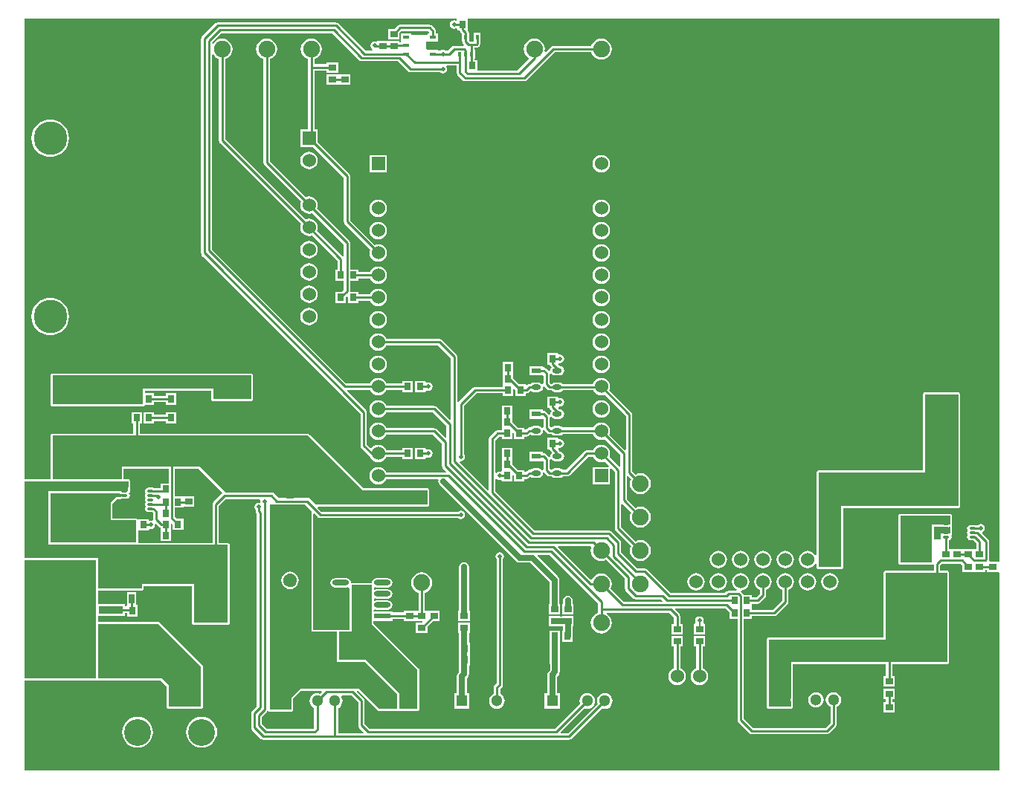
<source format=gtl>
%FSLAX25Y25*%
%MOIN*%
G70*
G01*
G75*
G04 Layer_Physical_Order=1*
G04 Layer_Color=255*
%ADD10R,0.02992X0.03347*%
%ADD11R,0.04331X0.02362*%
%ADD12O,0.04331X0.02362*%
%ADD13R,0.08661X0.11024*%
%ADD14O,0.07480X0.02362*%
%ADD15R,0.07480X0.02362*%
%ADD16R,0.03347X0.02992*%
%ADD17O,0.03150X0.01102*%
%ADD18R,0.06496X0.09449*%
%ADD19R,0.00866X0.02756*%
%ADD20R,0.01378X0.01969*%
%ADD21R,0.02795X0.01811*%
%ADD22R,0.05709X0.08268*%
%ADD23R,0.10984X0.07539*%
%ADD24R,0.03500X0.05000*%
%ADD25R,0.20866X0.09843*%
%ADD26R,0.07874X0.12992*%
%ADD27R,0.07874X0.03543*%
%ADD28R,0.08268X0.05709*%
%ADD29R,0.04331X0.06890*%
%ADD30R,0.02500X0.04173*%
%ADD31R,0.24803X0.21654*%
%ADD32R,0.10827X0.03543*%
%ADD33R,0.16700X0.15000*%
%ADD34C,0.01000*%
%ADD35C,0.02500*%
%ADD36C,0.01000*%
%ADD37C,0.00800*%
%ADD38R,0.06000X0.06000*%
%ADD39C,0.06000*%
%ADD40C,0.15000*%
%ADD41C,0.07500*%
%ADD42C,0.05118*%
%ADD43R,0.05118X0.05118*%
%ADD44C,0.05906*%
%ADD45R,0.08000X0.08000*%
%ADD46C,0.08000*%
%ADD47R,0.06000X0.06000*%
%ADD48C,0.07000*%
%ADD49R,0.07000X0.07000*%
%ADD50C,0.12000*%
%ADD51C,0.23622*%
%ADD52C,0.27559*%
%ADD53C,0.02000*%
%ADD54C,0.02800*%
G36*
X90077Y126125D02*
X90018Y125528D01*
X89991Y125509D01*
X89991Y125509D01*
X86176Y121694D01*
X85866Y121231D01*
X85758Y120685D01*
X85758Y120685D01*
Y103418D01*
X52485D01*
X52418Y103500D01*
Y108927D01*
X57146D01*
Y109260D01*
X57610Y109640D01*
X58000Y109563D01*
X58741Y109710D01*
X59370Y110130D01*
X59790Y110759D01*
X59937Y111500D01*
X59880Y111790D01*
X60409Y112073D01*
X61735Y110747D01*
X61735Y110747D01*
X62198Y110437D01*
X62198Y110437D01*
X62198Y110437D01*
D01*
X62198Y110437D01*
X62198Y110437D01*
X62429Y110391D01*
Y109183D01*
Y104183D01*
X67221D01*
Y109183D01*
Y112057D01*
X67430Y112144D01*
X67929Y111810D01*
Y109183D01*
X72721D01*
Y114329D01*
X69770D01*
X68927Y115172D01*
Y119183D01*
X72721D01*
Y119604D01*
X77573D01*
Y124396D01*
X72427D01*
Y124329D01*
X68927D01*
Y136582D01*
X79620D01*
X90077Y126125D01*
D02*
G37*
G36*
X416352Y111500D02*
X408000D01*
Y94500D01*
X394000D01*
Y115500D01*
X416352D01*
Y111500D01*
D02*
G37*
G36*
X48000Y128380D02*
X47927D01*
Y126500D01*
X12000D01*
Y102500D01*
X92500D01*
Y67500D01*
X77500D01*
Y85000D01*
X54000D01*
Y83000D01*
X34500D01*
Y96500D01*
X1427D01*
Y131000D01*
X48000D01*
Y128380D01*
D02*
G37*
G36*
X416352Y107500D02*
X415832D01*
X415618Y107543D01*
X413571D01*
X413357Y107500D01*
X412000D01*
Y105000D01*
X409000D01*
Y110500D01*
X413515D01*
X413571Y110489D01*
X415618D01*
X415674Y110500D01*
X416352D01*
Y107500D01*
D02*
G37*
G36*
X66073Y130073D02*
X62354D01*
Y128120D01*
X59266D01*
X59004Y128173D01*
X56957D01*
X56391Y128060D01*
X55910Y127739D01*
X55590Y127259D01*
X55477Y126693D01*
X55590Y126127D01*
X55869Y125709D01*
X55590Y125291D01*
X55477Y124724D01*
X55590Y124158D01*
X55869Y123740D01*
X55590Y123322D01*
X55477Y122756D01*
X55590Y122190D01*
X55869Y121772D01*
X55590Y121354D01*
X55477Y120787D01*
X55590Y120221D01*
X55869Y119803D01*
X55590Y119385D01*
X55477Y118819D01*
X55590Y118253D01*
X55910Y117773D01*
X56391Y117452D01*
X56957Y117339D01*
X58642D01*
X59073Y116909D01*
Y114000D01*
X59073Y114000D01*
X59105Y113835D01*
X58832Y113426D01*
X58704Y113297D01*
X58000Y113437D01*
X57610Y113360D01*
X57146Y113740D01*
Y114073D01*
X52354D01*
Y114073D01*
X52199Y114073D01*
X52149Y114149D01*
X51851Y114348D01*
X51500Y114418D01*
X40918D01*
Y121120D01*
X42880Y123082D01*
X44396D01*
X44484Y123100D01*
X44575D01*
X44658Y123135D01*
X44747Y123152D01*
X44822Y123202D01*
X44905Y123237D01*
X44938Y123258D01*
X45007Y123272D01*
X45146Y123245D01*
X47193D01*
X47759Y123357D01*
X48239Y123678D01*
X48560Y124158D01*
X48673Y124724D01*
X48560Y125291D01*
X48306Y125671D01*
X48576Y125851D01*
X48774Y126149D01*
X48844Y126500D01*
Y128024D01*
X48848Y128029D01*
X48918Y128380D01*
Y131000D01*
X48848Y131351D01*
X48649Y131649D01*
X48351Y131848D01*
X48000Y131918D01*
X45985D01*
X45918Y132000D01*
Y136582D01*
X66073D01*
Y130073D01*
D02*
G37*
G36*
X44579Y125326D02*
X45146Y125213D01*
X47193D01*
D01*
X47193Y125213D01*
D01*
X47500Y124953D01*
Y124288D01*
X47193Y124235D01*
X47193Y124235D01*
Y124235D01*
X45146D01*
X44579Y124123D01*
X44428Y124021D01*
X44428D01*
X44428Y124021D01*
X44402Y124004D01*
X44396Y124000D01*
X42500D01*
X42231Y123731D01*
X42231Y123731D01*
X41250Y122750D01*
X40000Y121500D01*
Y121120D01*
Y114418D01*
Y113500D01*
X51410D01*
X51493Y113483D01*
X51500Y113479D01*
Y108927D01*
Y103500D01*
Y103500D01*
X13000D01*
Y125500D01*
X44319D01*
X44579Y125326D01*
D02*
G37*
G36*
X153000Y127000D02*
X182000D01*
Y120500D01*
X132000D01*
X129000Y123500D01*
X115500D01*
X113000Y126000D01*
X91500D01*
X80000Y137500D01*
X45000D01*
Y132000D01*
X14000D01*
Y151500D01*
X128500D01*
X153000Y127000D01*
D02*
G37*
G36*
X157000Y67000D02*
X177500Y46500D01*
Y29000D01*
X169500D01*
Y36000D01*
X154500Y51000D01*
X142500D01*
Y63500D01*
X148000D01*
Y84500D01*
X157000D01*
Y67000D01*
D02*
G37*
G36*
X130000Y117500D02*
Y63500D01*
X141500D01*
Y50000D01*
X154000D01*
X168500Y35500D01*
Y29000D01*
X160500D01*
X151500Y38000D01*
X125000D01*
X121000Y34000D01*
Y28500D01*
X111500D01*
Y120500D01*
X127000D01*
X130000Y117500D01*
D02*
G37*
G36*
X151073Y31909D02*
Y21500D01*
X151073Y21500D01*
X151181Y20954D01*
X151491Y20491D01*
X153499Y18482D01*
X153270Y17927D01*
X142050D01*
Y29347D01*
X142367Y29478D01*
X143089Y30033D01*
X143643Y30755D01*
X143992Y31597D01*
X144111Y32500D01*
X143992Y33403D01*
X143643Y34244D01*
X143421Y34534D01*
X143686Y35073D01*
X147909D01*
X151073Y31909D01*
D02*
G37*
G36*
X80500Y48000D02*
Y30000D01*
X66000D01*
Y39500D01*
X63000Y42500D01*
X34500D01*
Y67000D01*
X61500D01*
X80500Y48000D01*
D02*
G37*
G36*
X33500Y42500D02*
X1427D01*
Y95500D01*
X33500D01*
Y42500D01*
D02*
G37*
G36*
X134757Y36528D02*
X133968Y35739D01*
X133651Y35870D01*
X132748Y35989D01*
X131845Y35870D01*
X131004Y35522D01*
X130281Y34967D01*
X129727Y34244D01*
X129378Y33403D01*
X129259Y32500D01*
X129378Y31597D01*
X129727Y30755D01*
X130281Y30033D01*
X131004Y29478D01*
X131321Y29347D01*
Y20339D01*
X130909Y19927D01*
X110091D01*
X107927Y22091D01*
Y25409D01*
X110009Y27491D01*
X110009Y27491D01*
X110195Y27768D01*
X110251Y27852D01*
X110851Y27851D01*
X111149Y27652D01*
X111500Y27582D01*
X121000D01*
X121351Y27652D01*
X121649Y27851D01*
X121848Y28149D01*
X121918Y28500D01*
Y33620D01*
X125380Y37082D01*
X134528D01*
X134757Y36528D01*
D02*
G37*
G36*
X415000Y50000D02*
X345000D01*
Y33873D01*
X344885Y33000D01*
X345000Y32127D01*
Y30000D01*
X335000D01*
Y60000D01*
X387500D01*
Y90000D01*
X415000D01*
Y50000D01*
D02*
G37*
G36*
X438573Y95146D02*
X438073D01*
Y95146D01*
X434231D01*
X433850Y95610D01*
X433927Y96000D01*
X433927Y96000D01*
Y104000D01*
X433927Y104000D01*
X433819Y104546D01*
X433695Y104732D01*
X433509Y105009D01*
X433509Y105009D01*
X430816Y107703D01*
X430875Y108300D01*
X431370Y108630D01*
X431790Y109259D01*
X431937Y110000D01*
X431790Y110741D01*
X431370Y111370D01*
X430741Y111790D01*
X430000Y111937D01*
X429259Y111790D01*
X428716Y111427D01*
X427691D01*
X427429Y111480D01*
X425382D01*
X424816Y111367D01*
X424336Y111046D01*
X424015Y110566D01*
X423902Y110000D01*
X424015Y109434D01*
X424294Y109016D01*
X424015Y108598D01*
X423902Y108031D01*
X424015Y107465D01*
X424294Y107047D01*
X424015Y106629D01*
X423902Y106063D01*
X424015Y105497D01*
X424336Y105017D01*
X424816Y104696D01*
X425382Y104583D01*
X426898D01*
X428073Y103409D01*
Y100646D01*
X415927D01*
Y104645D01*
X416184Y104696D01*
X416664Y105017D01*
X416985Y105497D01*
X417098Y106063D01*
X416985Y106629D01*
X416887Y106775D01*
X417001Y106851D01*
X417200Y107149D01*
X417270Y107500D01*
Y110500D01*
X417200Y110851D01*
X417100Y111000D01*
X417200Y111149D01*
X417270Y111500D01*
Y115500D01*
X417200Y115851D01*
X417001Y116149D01*
X416703Y116348D01*
X416352Y116418D01*
X394000D01*
X393649Y116348D01*
X393351Y116149D01*
X393152Y115851D01*
X393082Y115500D01*
Y94500D01*
X393152Y94149D01*
X393351Y93851D01*
X393649Y93652D01*
X394000Y93582D01*
X408000D01*
X408351Y93652D01*
X408543Y93781D01*
X409073Y93498D01*
Y90918D01*
X387500D01*
X387149Y90848D01*
X386851Y90649D01*
X386652Y90351D01*
X386582Y90000D01*
Y60918D01*
X335000D01*
X334649Y60848D01*
X334351Y60649D01*
X334152Y60351D01*
X334082Y60000D01*
Y30000D01*
X334152Y29649D01*
X334351Y29351D01*
X334649Y29152D01*
X335000Y29082D01*
X345000D01*
X345351Y29152D01*
X345649Y29351D01*
X345848Y29649D01*
X345918Y30000D01*
Y32127D01*
X345906Y32187D01*
X345910Y32247D01*
X345811Y33000D01*
X345910Y33753D01*
X345906Y33813D01*
X345918Y33873D01*
Y49082D01*
X387573D01*
Y43646D01*
X386427D01*
Y38854D01*
X391573D01*
Y43646D01*
X390427D01*
Y49082D01*
X415000D01*
X415351Y49152D01*
X415649Y49351D01*
X415848Y49649D01*
X415918Y50000D01*
Y90000D01*
X415848Y90351D01*
X415649Y90649D01*
X415351Y90848D01*
X415000Y90918D01*
X411927D01*
Y93409D01*
X412591Y94073D01*
X421159D01*
X421927Y93305D01*
Y90354D01*
X432073D01*
Y91323D01*
X432927D01*
Y90354D01*
X438073D01*
Y90354D01*
X438148D01*
X438573Y89930D01*
Y1427D01*
X1427D01*
Y41582D01*
X33500D01*
X33851Y41652D01*
X34000Y41752D01*
X34149Y41652D01*
X34500Y41582D01*
X62620D01*
X65082Y39120D01*
Y30000D01*
X65152Y29649D01*
X65351Y29351D01*
X65649Y29152D01*
X66000Y29082D01*
X80500D01*
X80851Y29152D01*
X81149Y29351D01*
X81348Y29649D01*
X81418Y30000D01*
Y48000D01*
X81348Y48351D01*
X81149Y48649D01*
X62149Y67649D01*
X61851Y67848D01*
X61500Y67918D01*
X34500D01*
X34418Y67985D01*
Y70813D01*
X46561D01*
Y72057D01*
X47354D01*
Y70427D01*
X52146D01*
Y75573D01*
X51650D01*
Y81274D01*
X47350D01*
Y75301D01*
D01*
Y75301D01*
X46961Y74912D01*
X46561D01*
Y76156D01*
X34418D01*
Y82015D01*
X34500Y82082D01*
X54000D01*
X54351Y82152D01*
X54649Y82351D01*
X54848Y82649D01*
X54918Y83000D01*
Y84082D01*
X76582D01*
Y67500D01*
X76652Y67149D01*
X76851Y66851D01*
X77149Y66652D01*
X77500Y66582D01*
X92500D01*
X92851Y66652D01*
X93149Y66851D01*
X93348Y67149D01*
X93418Y67500D01*
Y102500D01*
X93348Y102851D01*
X93149Y103149D01*
X92851Y103348D01*
X92500Y103418D01*
X88613D01*
Y120094D01*
X91591Y123073D01*
X106803D01*
X107184Y122609D01*
X107063Y122000D01*
X107097Y121827D01*
X106673Y121403D01*
X106500Y121437D01*
X105759Y121290D01*
X105130Y120870D01*
X104710Y120241D01*
X104563Y119500D01*
X104710Y118759D01*
X105073Y118216D01*
Y117500D01*
X105073Y117500D01*
X105181Y116954D01*
X105491Y116491D01*
X105573Y116409D01*
Y30091D01*
X103491Y28009D01*
X103181Y27546D01*
X103073Y27000D01*
X103073Y27000D01*
Y20500D01*
X103073Y20500D01*
X103181Y19954D01*
X103491Y19491D01*
X107491Y15491D01*
X107491Y15491D01*
X107768Y15305D01*
X107954Y15181D01*
X108500Y15073D01*
X245622D01*
X245622Y15073D01*
X246168Y15181D01*
X246631Y15491D01*
X260402Y29261D01*
X260719Y29130D01*
X261622Y29011D01*
X262525Y29130D01*
X263367Y29478D01*
X264089Y30033D01*
X264644Y30755D01*
X264992Y31597D01*
X265111Y32500D01*
X264992Y33403D01*
X264644Y34244D01*
X264089Y34967D01*
X263367Y35522D01*
X262525Y35870D01*
X261622Y35989D01*
X260719Y35870D01*
X259878Y35522D01*
X259155Y34967D01*
X258601Y34244D01*
X258252Y33403D01*
X258133Y32500D01*
X258252Y31597D01*
X258383Y31280D01*
X245031Y17927D01*
X241978D01*
X241748Y18482D01*
X252528Y29261D01*
X252845Y29130D01*
X253748Y29011D01*
X254651Y29130D01*
X255492Y29478D01*
X256215Y30033D01*
X256769Y30755D01*
X257118Y31597D01*
X257237Y32500D01*
X257118Y33403D01*
X256769Y34244D01*
X256215Y34967D01*
X255492Y35522D01*
X254651Y35870D01*
X253748Y35989D01*
X252845Y35870D01*
X252004Y35522D01*
X251281Y34967D01*
X250727Y34244D01*
X250378Y33403D01*
X250259Y32500D01*
X250378Y31597D01*
X250509Y31280D01*
X239157Y19927D01*
X156091D01*
X153927Y22091D01*
Y32500D01*
X153927Y32500D01*
X153927Y32500D01*
Y32500D01*
X153927D01*
X153927Y32500D01*
X153819Y33046D01*
X153695Y33232D01*
X153509Y33509D01*
X153509Y33509D01*
X150491Y36528D01*
X150631Y36866D01*
X151219Y36983D01*
X159851Y28351D01*
X160149Y28152D01*
X160500Y28082D01*
X168500D01*
X168851Y28152D01*
X169000Y28252D01*
X169149Y28152D01*
X169500Y28082D01*
X177500D01*
X177851Y28152D01*
X178149Y28351D01*
X178348Y28649D01*
X178418Y29000D01*
Y46500D01*
X178348Y46851D01*
X178149Y47149D01*
X157918Y67380D01*
Y68419D01*
X166392D01*
Y69323D01*
X171427D01*
Y68354D01*
X176573D01*
Y68354D01*
X176573D01*
X176573Y68354D01*
X176927D01*
Y68354D01*
X179801D01*
X179888Y68145D01*
X179554Y67646D01*
X176927D01*
Y62854D01*
X182073D01*
Y65804D01*
X184628Y68360D01*
X187573D01*
Y73152D01*
X182427D01*
Y73146D01*
X182073D01*
Y73146D01*
X180927D01*
Y81058D01*
X181845Y81438D01*
X182816Y82184D01*
X183562Y83155D01*
X184030Y84286D01*
X184190Y85500D01*
X184030Y86714D01*
X183562Y87845D01*
X182816Y88816D01*
X181845Y89562D01*
X180714Y90030D01*
X179500Y90190D01*
X178286Y90030D01*
X177155Y89562D01*
X176184Y88816D01*
X175438Y87845D01*
X174970Y86714D01*
X174810Y85500D01*
X174970Y84286D01*
X175438Y83155D01*
X176184Y82184D01*
X177155Y81438D01*
X178073Y81058D01*
Y73146D01*
X176927D01*
D01*
D01*
X176927Y73146D01*
X176573D01*
Y73146D01*
X171427D01*
Y72177D01*
X166392D01*
Y72581D01*
X157918D01*
Y73159D01*
X158381Y73540D01*
Y73540D01*
D01*
X159193Y73378D01*
X164311D01*
X165123Y73540D01*
X165811Y74000D01*
X166271Y74688D01*
X166433Y75500D01*
X166271Y76312D01*
X165811Y77000D01*
X165123Y77460D01*
X164311Y77622D01*
X159193D01*
X158381Y77460D01*
X158089Y77700D01*
Y78300D01*
X158381Y78540D01*
Y78540D01*
D01*
X159193Y78378D01*
X164311D01*
X165123Y78540D01*
X165811Y79000D01*
X166271Y79688D01*
X166433Y80500D01*
X166271Y81312D01*
X165811Y82000D01*
X165123Y82460D01*
X164311Y82622D01*
X159193D01*
X158381Y82460D01*
X158089Y82700D01*
Y83300D01*
X158381Y83540D01*
Y83540D01*
D01*
X159193Y83378D01*
X164311D01*
X165123Y83540D01*
X165811Y84000D01*
X166271Y84688D01*
X166433Y85500D01*
X166271Y86312D01*
X165811Y87000D01*
X165123Y87460D01*
X164311Y87622D01*
X159193D01*
X158381Y87460D01*
X157693Y87000D01*
X157233Y86312D01*
X157071Y85500D01*
X157073Y85491D01*
X157000Y85418D01*
X148000D01*
X147927Y85491D01*
X147929Y85500D01*
X147767Y86312D01*
X147308Y87000D01*
X146619Y87460D01*
X145807Y87622D01*
X140689D01*
X139877Y87460D01*
X139189Y87000D01*
X138729Y86312D01*
X138567Y85500D01*
X138729Y84688D01*
X139189Y84000D01*
X139877Y83540D01*
X140689Y83378D01*
X145807D01*
X146619Y83540D01*
D01*
Y83540D01*
X147082Y83159D01*
Y64418D01*
X142500D01*
X142149Y64348D01*
X142000Y64248D01*
X141851Y64348D01*
X141500Y64418D01*
X130918D01*
Y116280D01*
X131472Y116509D01*
X132991Y114991D01*
X132991Y114991D01*
X133268Y114805D01*
X133454Y114681D01*
X134000Y114573D01*
X134000Y114573D01*
X195716D01*
X196259Y114210D01*
X197000Y114063D01*
X197741Y114210D01*
X198370Y114630D01*
X198790Y115259D01*
X198937Y116000D01*
X198790Y116741D01*
X198370Y117370D01*
X197741Y117790D01*
X197000Y117937D01*
X196259Y117790D01*
X195716Y117427D01*
X134591D01*
X132991Y119028D01*
X133220Y119582D01*
X182000D01*
X182351Y119652D01*
X182649Y119851D01*
X182848Y120149D01*
X182918Y120500D01*
Y127000D01*
X182848Y127351D01*
X182649Y127649D01*
X182351Y127848D01*
X182000Y127918D01*
X153380D01*
X129149Y152149D01*
X128851Y152348D01*
X128500Y152418D01*
X53177D01*
Y156927D01*
X54146D01*
Y162073D01*
X49354D01*
Y156927D01*
X50323D01*
Y152418D01*
X14000D01*
X13649Y152348D01*
X13351Y152149D01*
X13152Y151851D01*
X13082Y151500D01*
Y132000D01*
X13015Y131918D01*
X1427D01*
Y338573D01*
X195159D01*
X195305Y337990D01*
X194825Y337734D01*
X194741Y337790D01*
X194000Y337937D01*
X193259Y337790D01*
X192630Y337370D01*
X192210Y336741D01*
X192063Y336000D01*
X192210Y335259D01*
X192630Y334630D01*
X193259Y334210D01*
X194000Y334063D01*
X194741Y334210D01*
X194825Y334266D01*
X195354Y333983D01*
Y333427D01*
X196387D01*
X196431Y333204D01*
X196741Y332741D01*
X197632Y331849D01*
Y328454D01*
X197632D01*
X197794Y328293D01*
Y328279D01*
X197794Y328279D01*
X197794D01*
X197902Y327733D01*
X198212Y327270D01*
X198362Y327120D01*
X198407Y326891D01*
X198027Y326427D01*
X194000D01*
X194000Y326427D01*
X193454Y326319D01*
X192991Y326009D01*
X192991Y326009D01*
X191208Y324227D01*
X190284D01*
X189741Y324589D01*
X189000Y324736D01*
X188259Y324589D01*
X187716Y324227D01*
X186703D01*
Y324605D01*
X182108D01*
Y324605D01*
X182074D01*
X181650Y325029D01*
Y328395D01*
X182108D01*
Y328395D01*
X186703D01*
Y332006D01*
X185927D01*
Y333000D01*
X185927Y333000D01*
X185819Y333546D01*
X185509Y334009D01*
X184009Y335509D01*
X183546Y335819D01*
X183000Y335927D01*
X183000Y335927D01*
X169750D01*
X169750Y335927D01*
X169204Y335819D01*
X168741Y335509D01*
X168741Y335509D01*
X167377Y334146D01*
X164427D01*
Y329354D01*
X169573D01*
Y332305D01*
X170341Y333073D01*
X182409D01*
X182921Y332561D01*
X182691Y332006D01*
X182108D01*
Y331224D01*
X181650D01*
Y331224D01*
X175350D01*
Y331224D01*
X175316D01*
X174892Y331649D01*
Y332006D01*
X170297D01*
Y328730D01*
X170297Y328730D01*
X170297D01*
X170297Y328395D01*
Y328350D01*
Y328306D01*
Y328306D01*
Y327971D01*
Y327971D01*
D01*
Y327927D01*
X169573D01*
Y328646D01*
X159427D01*
Y328646D01*
X159241Y328290D01*
X158500Y328437D01*
X157759Y328290D01*
X157130Y327870D01*
X156710Y327241D01*
X156563Y326500D01*
X156710Y325759D01*
X157130Y325130D01*
X157623Y324801D01*
X157449Y324227D01*
X154292D01*
X142009Y336509D01*
X141546Y336819D01*
X141000Y336927D01*
X141000Y336927D01*
X88000D01*
X88000Y336927D01*
X87454Y336819D01*
X87268Y336695D01*
X86991Y336509D01*
X86991Y336509D01*
X80991Y330509D01*
X80681Y330046D01*
X80573Y329500D01*
X80573Y329500D01*
Y233500D01*
X80573Y233500D01*
X80681Y232954D01*
X80991Y232491D01*
X152073Y161409D01*
Y147000D01*
X152073Y147000D01*
X152181Y146454D01*
X152491Y145991D01*
X155991Y142491D01*
X155991Y142491D01*
X156276Y142300D01*
X156593Y141533D01*
X157219Y140718D01*
X158033Y140093D01*
X158982Y139700D01*
X160000Y139566D01*
X161018Y139700D01*
X161967Y140093D01*
X162782Y140718D01*
X163407Y141533D01*
X163630Y142073D01*
X170854D01*
Y140927D01*
X175646D01*
Y146073D01*
X170854D01*
Y144927D01*
X163630D01*
X163407Y145467D01*
X162782Y146282D01*
X161967Y146907D01*
X161018Y147300D01*
X160000Y147434D01*
X158982Y147300D01*
X158033Y146907D01*
X157219Y146282D01*
X157069Y146087D01*
X156471Y146048D01*
X154927Y147591D01*
Y162000D01*
X154927Y162000D01*
X154819Y162546D01*
X154509Y163009D01*
X146001Y171518D01*
X146230Y172073D01*
X156370D01*
X156593Y171533D01*
X157219Y170719D01*
X158033Y170093D01*
X158982Y169700D01*
X160000Y169566D01*
X161018Y169700D01*
X161967Y170093D01*
X162782Y170719D01*
X163407Y171533D01*
X163630Y172073D01*
X170854D01*
Y170927D01*
X175646D01*
Y176073D01*
X170854D01*
Y174927D01*
X163630D01*
X163407Y175467D01*
X162782Y176281D01*
X161967Y176907D01*
X161018Y177300D01*
X160000Y177434D01*
X158982Y177300D01*
X158033Y176907D01*
X157219Y176281D01*
X156593Y175467D01*
X156370Y174927D01*
X145591D01*
X85427Y235091D01*
Y322387D01*
X85996Y322580D01*
X86684Y321684D01*
X87655Y320938D01*
X88573Y320558D01*
Y284000D01*
X88573Y284000D01*
X88681Y283454D01*
X88991Y282991D01*
X125424Y246557D01*
X125200Y246018D01*
X125066Y245000D01*
X125200Y243982D01*
X125593Y243033D01*
X126218Y242218D01*
X127033Y241593D01*
X127982Y241200D01*
X129000Y241066D01*
X130018Y241200D01*
X130558Y241424D01*
X141823Y230159D01*
Y226073D01*
X140854D01*
Y220927D01*
X144573D01*
Y216841D01*
X143805Y216073D01*
X140854D01*
Y210927D01*
X145646D01*
Y213555D01*
X146145Y213888D01*
X146354Y213801D01*
Y210927D01*
X151146D01*
Y212073D01*
X156370D01*
X156593Y211533D01*
X157219Y210718D01*
X158033Y210093D01*
X158982Y209700D01*
X160000Y209566D01*
X161018Y209700D01*
X161967Y210093D01*
X162782Y210718D01*
X163407Y211533D01*
X163800Y212482D01*
X163934Y213500D01*
X163800Y214518D01*
X163407Y215467D01*
X162782Y216282D01*
X161967Y216907D01*
X161018Y217300D01*
X160000Y217434D01*
X158982Y217300D01*
X158033Y216907D01*
X157219Y216282D01*
X156593Y215467D01*
X156370Y214927D01*
X151146D01*
Y216073D01*
X147573D01*
X147427Y216250D01*
X147427Y216250D01*
Y220927D01*
X151146D01*
Y222073D01*
X156370D01*
X156593Y221533D01*
X157219Y220719D01*
X158033Y220093D01*
X158982Y219700D01*
X160000Y219566D01*
X161018Y219700D01*
X161967Y220093D01*
X162782Y220719D01*
X163407Y221533D01*
X163800Y222482D01*
X163934Y223500D01*
X163800Y224518D01*
X163407Y225467D01*
X162782Y226281D01*
X161967Y226907D01*
X161018Y227300D01*
X160000Y227434D01*
X158982Y227300D01*
X158033Y226907D01*
X157219Y226281D01*
X156593Y225467D01*
X156370Y224927D01*
X151146D01*
Y226073D01*
X147427D01*
Y238000D01*
X147427Y238000D01*
X147319Y238546D01*
X147009Y239009D01*
X132576Y253443D01*
X132800Y253982D01*
X132934Y255000D01*
X132800Y256018D01*
X132407Y256967D01*
X131781Y257782D01*
X130967Y258407D01*
X130018Y258800D01*
X129000Y258934D01*
X127982Y258800D01*
X127443Y258576D01*
X111427Y274591D01*
Y320558D01*
X112345Y320938D01*
X113316Y321684D01*
X114062Y322655D01*
X114530Y323786D01*
X114690Y325000D01*
X114530Y326214D01*
X114062Y327345D01*
X113316Y328316D01*
X112345Y329062D01*
X111214Y329530D01*
X110000Y329690D01*
X108786Y329530D01*
X107655Y329062D01*
X106684Y328316D01*
X105938Y327345D01*
X105470Y326214D01*
X105310Y325000D01*
X105470Y323786D01*
X105938Y322655D01*
X106684Y321684D01*
X107655Y320938D01*
X108573Y320558D01*
Y274000D01*
X108573Y274000D01*
X108681Y273454D01*
X108991Y272991D01*
X125424Y256557D01*
X125200Y256018D01*
X125066Y255000D01*
X125200Y253982D01*
X125593Y253033D01*
X126218Y252219D01*
X127033Y251593D01*
X127982Y251200D01*
X129000Y251066D01*
X130018Y251200D01*
X130558Y251424D01*
X144573Y237409D01*
Y232230D01*
X144018Y232000D01*
X132576Y243443D01*
X132800Y243982D01*
X132934Y245000D01*
X132800Y246018D01*
X132407Y246967D01*
X131781Y247781D01*
X130967Y248407D01*
X130018Y248800D01*
X129000Y248934D01*
X127982Y248800D01*
X127443Y248576D01*
X91427Y284591D01*
Y320558D01*
X92345Y320938D01*
X93316Y321684D01*
X94062Y322655D01*
X94530Y323786D01*
X94690Y325000D01*
X94530Y326214D01*
X94062Y327345D01*
X93316Y328316D01*
X92345Y329062D01*
X91214Y329530D01*
X90000Y329690D01*
X88786Y329530D01*
X87655Y329062D01*
X86684Y328316D01*
X85996Y327420D01*
X85744Y327505D01*
X85608Y328089D01*
X89591Y332073D01*
X139409D01*
X151491Y319991D01*
X151954Y319681D01*
X152500Y319573D01*
X152500Y319573D01*
X168909D01*
X173491Y314991D01*
X173491Y314991D01*
X173954Y314681D01*
X173954Y314681D01*
X173954Y314681D01*
D01*
X173954Y314681D01*
X173954Y314681D01*
X174500Y314573D01*
X174500Y314573D01*
X187716D01*
X188259Y314210D01*
X189000Y314063D01*
X189741Y314210D01*
X190370Y314630D01*
X190790Y315259D01*
X190937Y316000D01*
X190790Y316741D01*
X190588Y317043D01*
X190871Y317573D01*
X195234D01*
Y314339D01*
X195234Y314339D01*
X195343Y313792D01*
X195652Y313329D01*
X197991Y310991D01*
X197991Y310991D01*
X198268Y310805D01*
X198454Y310681D01*
X199000Y310573D01*
X199000Y310573D01*
X225500D01*
X225500Y310573D01*
X226046Y310681D01*
X226509Y310991D01*
X239091Y323573D01*
X255558D01*
X255938Y322655D01*
X256684Y321684D01*
X257655Y320938D01*
X258786Y320470D01*
X260000Y320310D01*
X261214Y320470D01*
X262345Y320938D01*
X263316Y321684D01*
X264062Y322655D01*
X264530Y323786D01*
X264690Y325000D01*
X264530Y326214D01*
X264062Y327345D01*
X263316Y328316D01*
X262345Y329062D01*
X261214Y329530D01*
X260000Y329690D01*
X258786Y329530D01*
X257655Y329062D01*
X256684Y328316D01*
X255938Y327345D01*
X255558Y326427D01*
X238500D01*
X238500Y326427D01*
X237954Y326319D01*
X237491Y326009D01*
X237491Y326009D01*
X235079Y323597D01*
X234540Y323863D01*
X234690Y325000D01*
X234530Y326214D01*
X234062Y327345D01*
X233316Y328316D01*
X232345Y329062D01*
X231214Y329530D01*
X230000Y329690D01*
X228786Y329530D01*
X227655Y329062D01*
X226684Y328316D01*
X225938Y327345D01*
X225470Y326214D01*
X225310Y325000D01*
X225470Y323786D01*
X225938Y322655D01*
X226684Y321684D01*
X227444Y321100D01*
X227483Y320502D01*
X222409Y315427D01*
X204646D01*
Y320073D01*
X203207D01*
Y320777D01*
X203368D01*
Y324546D01*
X203207D01*
Y325573D01*
X204000D01*
X204000Y325573D01*
X204546Y325681D01*
X205009Y325991D01*
X205349Y326330D01*
X205658Y326793D01*
X205767Y327339D01*
X205767Y327339D01*
Y328454D01*
X205928D01*
Y332223D01*
X202750D01*
Y328454D01*
D01*
Y328454D01*
X202723Y328427D01*
X202000D01*
X201890Y328405D01*
X201780Y328427D01*
X201091D01*
X200810Y328709D01*
Y332223D01*
X200648D01*
Y332279D01*
X200540Y332825D01*
X200416Y333011D01*
X200231Y333288D01*
X200230Y333288D01*
X200130Y333388D01*
X200146Y333427D01*
X200146D01*
X200146Y333427D01*
Y338573D01*
X438573D01*
Y95146D01*
D02*
G37*
%LPC*%
G36*
X198500Y94692D02*
X197661Y94525D01*
X196950Y94050D01*
X196475Y93339D01*
X196308Y92500D01*
Y73146D01*
X195927D01*
Y68354D01*
X201073D01*
Y73146D01*
X200692D01*
Y92500D01*
X200525Y93339D01*
X200050Y94050D01*
X199339Y94525D01*
X198500Y94692D01*
D02*
G37*
G36*
X245000Y79692D02*
X244161Y79525D01*
X243450Y79050D01*
X242975Y78339D01*
X242808Y77500D01*
Y76146D01*
X242427D01*
Y71354D01*
X247573D01*
Y76146D01*
X247192D01*
Y77500D01*
X247025Y78339D01*
X246550Y79050D01*
X245839Y79525D01*
X245000Y79692D01*
D02*
G37*
G36*
X247573Y70646D02*
X242427D01*
Y70442D01*
X241573D01*
Y70646D01*
X236427D01*
Y65854D01*
X241573D01*
Y66058D01*
X242427D01*
Y65854D01*
X242808D01*
Y64073D01*
X242354D01*
Y58927D01*
X247146D01*
Y61518D01*
X247192Y61750D01*
Y65854D01*
X247573D01*
Y70646D01*
D02*
G37*
G36*
X260000Y277434D02*
X258982Y277300D01*
X258033Y276907D01*
X257219Y276281D01*
X256593Y275467D01*
X256200Y274518D01*
X256066Y273500D01*
X256200Y272482D01*
X256593Y271533D01*
X257219Y270719D01*
X258033Y270093D01*
X258982Y269700D01*
X260000Y269566D01*
X261018Y269700D01*
X261967Y270093D01*
X262782Y270719D01*
X263407Y271533D01*
X263800Y272482D01*
X263934Y273500D01*
X263800Y274518D01*
X263407Y275467D01*
X262782Y276281D01*
X261967Y276907D01*
X261018Y277300D01*
X260000Y277434D01*
D02*
G37*
G36*
X304000Y70437D02*
X303259Y70290D01*
X302630Y69870D01*
X302210Y69241D01*
X302063Y68500D01*
X302210Y67759D01*
X302266Y67675D01*
X301983Y67146D01*
X301427D01*
Y62354D01*
X306573D01*
Y67146D01*
X306017D01*
X305734Y67675D01*
X305790Y67759D01*
X305937Y68500D01*
X305790Y69241D01*
X305370Y69870D01*
X304741Y70290D01*
X304000Y70437D01*
D02*
G37*
G36*
X260000Y257434D02*
X258982Y257300D01*
X258033Y256907D01*
X257219Y256281D01*
X256593Y255467D01*
X256200Y254518D01*
X256066Y253500D01*
X256200Y252482D01*
X256593Y251533D01*
X257219Y250718D01*
X258033Y250093D01*
X258982Y249700D01*
X260000Y249566D01*
X261018Y249700D01*
X261967Y250093D01*
X262782Y250718D01*
X263407Y251533D01*
X263800Y252482D01*
X263934Y253500D01*
X263800Y254518D01*
X263407Y255467D01*
X262782Y256281D01*
X261967Y256907D01*
X261018Y257300D01*
X260000Y257434D01*
D02*
G37*
G36*
X302500Y89934D02*
X301482Y89800D01*
X300533Y89407D01*
X299718Y88781D01*
X299093Y87967D01*
X298700Y87018D01*
X298566Y86000D01*
X298700Y84982D01*
X299093Y84033D01*
X299718Y83218D01*
X300533Y82593D01*
X301482Y82200D01*
X302500Y82066D01*
X303518Y82200D01*
X304467Y82593D01*
X305281Y83218D01*
X305907Y84033D01*
X306300Y84982D01*
X306434Y86000D01*
X306300Y87018D01*
X305907Y87967D01*
X305281Y88781D01*
X304467Y89407D01*
X303518Y89800D01*
X302500Y89934D01*
D02*
G37*
G36*
X120500Y90544D02*
X119482Y90410D01*
X118533Y90017D01*
X117719Y89392D01*
X117093Y88577D01*
X116700Y87628D01*
X116566Y86610D01*
X116700Y85592D01*
X117093Y84643D01*
X117719Y83829D01*
X118533Y83204D01*
X119482Y82811D01*
X120500Y82677D01*
X121518Y82811D01*
X122467Y83204D01*
X123282Y83829D01*
X123907Y84643D01*
X124300Y85592D01*
X124434Y86610D01*
X124300Y87628D01*
X123907Y88577D01*
X123282Y89392D01*
X122467Y90017D01*
X121518Y90410D01*
X120500Y90544D01*
D02*
G37*
G36*
X312500Y99934D02*
X311482Y99800D01*
X310533Y99407D01*
X309718Y98782D01*
X309093Y97967D01*
X308700Y97018D01*
X308566Y96000D01*
X308700Y94982D01*
X309093Y94033D01*
X309718Y93218D01*
X310533Y92593D01*
X311482Y92200D01*
X312500Y92066D01*
X313518Y92200D01*
X314467Y92593D01*
X315282Y93218D01*
X315907Y94033D01*
X316300Y94982D01*
X316434Y96000D01*
X316300Y97018D01*
X315907Y97967D01*
X315282Y98782D01*
X314467Y99407D01*
X313518Y99800D01*
X312500Y99934D01*
D02*
G37*
G36*
X322500D02*
X321482Y99800D01*
X320533Y99407D01*
X319719Y98782D01*
X319093Y97967D01*
X318700Y97018D01*
X318566Y96000D01*
X318700Y94982D01*
X319093Y94033D01*
X319719Y93218D01*
X320533Y92593D01*
X321482Y92200D01*
X322500Y92066D01*
X323518Y92200D01*
X324467Y92593D01*
X325282Y93218D01*
X325907Y94033D01*
X326300Y94982D01*
X326434Y96000D01*
X326300Y97018D01*
X325907Y97967D01*
X325282Y98782D01*
X324467Y99407D01*
X323518Y99800D01*
X322500Y99934D01*
D02*
G37*
G36*
X312500Y89934D02*
X311482Y89800D01*
X310533Y89407D01*
X309718Y88781D01*
X309093Y87967D01*
X308700Y87018D01*
X308566Y86000D01*
X308700Y84982D01*
X309093Y84033D01*
X309718Y83218D01*
X310533Y82593D01*
X311482Y82200D01*
X312500Y82066D01*
X313518Y82200D01*
X314467Y82593D01*
X315282Y83218D01*
X315907Y84033D01*
X316300Y84982D01*
X316434Y86000D01*
X316300Y87018D01*
X315907Y87967D01*
X315282Y88781D01*
X314467Y89407D01*
X313518Y89800D01*
X312500Y89934D01*
D02*
G37*
G36*
X352500D02*
X351482Y89800D01*
X350533Y89407D01*
X349718Y88781D01*
X349093Y87967D01*
X348700Y87018D01*
X348566Y86000D01*
X348700Y84982D01*
X349093Y84033D01*
X349718Y83218D01*
X350533Y82593D01*
X351482Y82200D01*
X352500Y82066D01*
X353518Y82200D01*
X354467Y82593D01*
X355281Y83218D01*
X355907Y84033D01*
X356300Y84982D01*
X356434Y86000D01*
X356300Y87018D01*
X355907Y87967D01*
X355281Y88781D01*
X354467Y89407D01*
X353518Y89800D01*
X352500Y89934D01*
D02*
G37*
G36*
X362500D02*
X361482Y89800D01*
X360533Y89407D01*
X359718Y88781D01*
X359093Y87967D01*
X358700Y87018D01*
X358566Y86000D01*
X358700Y84982D01*
X359093Y84033D01*
X359718Y83218D01*
X360533Y82593D01*
X361482Y82200D01*
X362500Y82066D01*
X363518Y82200D01*
X364467Y82593D01*
X365282Y83218D01*
X365907Y84033D01*
X366300Y84982D01*
X366434Y86000D01*
X366300Y87018D01*
X365907Y87967D01*
X365282Y88781D01*
X364467Y89407D01*
X363518Y89800D01*
X362500Y89934D01*
D02*
G37*
G36*
X306573Y61646D02*
X301427D01*
Y56854D01*
X302573D01*
Y47130D01*
X302033Y46907D01*
X301219Y46281D01*
X300593Y45467D01*
X300200Y44518D01*
X300066Y43500D01*
X300200Y42482D01*
X300593Y41533D01*
X301219Y40718D01*
X302033Y40093D01*
X302982Y39700D01*
X304000Y39566D01*
X305018Y39700D01*
X305967Y40093D01*
X306782Y40718D01*
X307407Y41533D01*
X307800Y42482D01*
X307934Y43500D01*
X307800Y44518D01*
X307407Y45467D01*
X306782Y46281D01*
X305967Y46907D01*
X305427Y47130D01*
Y56854D01*
X306573D01*
Y61646D01*
D02*
G37*
G36*
X130000Y329690D02*
X128786Y329530D01*
X127655Y329062D01*
X126684Y328316D01*
X125938Y327345D01*
X125470Y326214D01*
X125310Y325000D01*
X125470Y323786D01*
X125938Y322655D01*
X126684Y321684D01*
X127655Y320938D01*
X128573Y320558D01*
Y317000D01*
X128573Y317000D01*
X128573Y317000D01*
Y288900D01*
X125100D01*
Y281100D01*
X130881D01*
X144573Y267409D01*
Y247500D01*
X144573Y247500D01*
X144681Y246954D01*
X144991Y246491D01*
X156424Y235057D01*
X156200Y234518D01*
X156066Y233500D01*
X156200Y232482D01*
X156593Y231533D01*
X157219Y230718D01*
X158033Y230093D01*
X158982Y229700D01*
X160000Y229566D01*
X161018Y229700D01*
X161967Y230093D01*
X162782Y230718D01*
X163407Y231533D01*
X163800Y232482D01*
X163934Y233500D01*
X163800Y234518D01*
X163407Y235467D01*
X162782Y236281D01*
X161967Y236907D01*
X161018Y237300D01*
X160000Y237434D01*
X158982Y237300D01*
X158442Y237076D01*
X147427Y248091D01*
Y268000D01*
X147427Y268000D01*
X147319Y268546D01*
X147009Y269009D01*
X132900Y283119D01*
Y288900D01*
X131427D01*
Y315323D01*
X136927D01*
Y314354D01*
X142073D01*
Y319146D01*
X136927D01*
Y318177D01*
X131427D01*
Y320558D01*
X132345Y320938D01*
X133316Y321684D01*
X134062Y322655D01*
X134530Y323786D01*
X134690Y325000D01*
X134530Y326214D01*
X134062Y327345D01*
X133316Y328316D01*
X132345Y329062D01*
X131214Y329530D01*
X130000Y329690D01*
D02*
G37*
G36*
X142073Y313646D02*
Y313646D01*
X136927D01*
Y308854D01*
X142073D01*
Y308854D01*
X142421D01*
X142427Y308848D01*
Y308848D01*
X147573D01*
Y313640D01*
X142427D01*
Y313640D01*
X142079D01*
X142073Y313646D01*
D02*
G37*
G36*
X214500Y99187D02*
X213759Y99040D01*
X213130Y98620D01*
X212710Y97991D01*
X212563Y97250D01*
X212710Y96509D01*
X213073Y95966D01*
Y40341D01*
X212239Y39507D01*
X211929Y39044D01*
X211821Y38498D01*
X211821Y38498D01*
Y35653D01*
X211504Y35522D01*
X210781Y34967D01*
X210226Y34244D01*
X209878Y33403D01*
X209759Y32500D01*
X209878Y31597D01*
X210226Y30755D01*
X210781Y30033D01*
X211504Y29478D01*
X212345Y29130D01*
X213248Y29011D01*
X214151Y29130D01*
X214992Y29478D01*
X215715Y30033D01*
X216269Y30755D01*
X216618Y31597D01*
X216737Y32500D01*
X216618Y33403D01*
X216269Y34244D01*
X215715Y34967D01*
X214992Y35522D01*
X214675Y35653D01*
Y37907D01*
X215509Y38741D01*
X215509Y38741D01*
X215695Y39018D01*
X215819Y39204D01*
X215927Y39750D01*
X215927Y39750D01*
X215927Y39750D01*
Y39750D01*
Y95966D01*
X216290Y96509D01*
X216437Y97250D01*
X216290Y97991D01*
X215870Y98620D01*
X215241Y99040D01*
X214500Y99187D01*
D02*
G37*
G36*
X52130Y25425D02*
X50777Y25292D01*
X49477Y24898D01*
X48278Y24257D01*
X47227Y23395D01*
X46365Y22344D01*
X45724Y21145D01*
X45330Y19845D01*
X45197Y18492D01*
X45330Y17140D01*
X45724Y15839D01*
X46365Y14640D01*
X47227Y13589D01*
X48278Y12727D01*
X49477Y12087D01*
X50777Y11692D01*
X52130Y11559D01*
X53483Y11692D01*
X54783Y12087D01*
X55982Y12727D01*
X57033Y13589D01*
X57895Y14640D01*
X58535Y15839D01*
X58930Y17140D01*
X59063Y18492D01*
X58930Y19845D01*
X58535Y21145D01*
X57895Y22344D01*
X57033Y23395D01*
X55982Y24257D01*
X54783Y24898D01*
X53483Y25292D01*
X52130Y25425D01*
D02*
G37*
G36*
X80870D02*
X79517Y25292D01*
X78217Y24898D01*
X77018Y24257D01*
X75967Y23395D01*
X75105Y22344D01*
X74464Y21145D01*
X74070Y19845D01*
X73937Y18492D01*
X74070Y17140D01*
X74464Y15839D01*
X75105Y14640D01*
X75967Y13589D01*
X77018Y12727D01*
X78217Y12087D01*
X79517Y11692D01*
X80870Y11559D01*
X82223Y11692D01*
X83523Y12087D01*
X84722Y12727D01*
X85773Y13589D01*
X86635Y14640D01*
X87276Y15839D01*
X87670Y17140D01*
X87804Y18492D01*
X87670Y19845D01*
X87276Y21145D01*
X86635Y22344D01*
X85773Y23395D01*
X84722Y24257D01*
X83523Y24898D01*
X82223Y25292D01*
X80870Y25425D01*
D02*
G37*
G36*
X391573Y38146D02*
X386427D01*
Y33354D01*
X387573D01*
Y32152D01*
X386427D01*
Y27360D01*
X391573D01*
Y32152D01*
X390427D01*
Y33354D01*
X391573D01*
Y38146D01*
D02*
G37*
G36*
X201073Y67646D02*
X195927D01*
Y62854D01*
X196308D01*
Y45408D01*
X195950Y45050D01*
X195475Y44339D01*
X195308Y43500D01*
Y35959D01*
X194041D01*
Y29041D01*
X200959D01*
Y35959D01*
X199692D01*
Y42592D01*
X200050Y42950D01*
X200525Y43661D01*
X200692Y44500D01*
Y48427D01*
X201146D01*
Y53427D01*
Y58573D01*
X200692D01*
Y62854D01*
X201073D01*
Y67646D01*
D02*
G37*
G36*
X129000Y278934D02*
X127982Y278800D01*
X127033Y278407D01*
X126218Y277782D01*
X125593Y276967D01*
X125200Y276018D01*
X125066Y275000D01*
X125200Y273982D01*
X125593Y273033D01*
X126218Y272218D01*
X127033Y271593D01*
X127982Y271200D01*
X129000Y271066D01*
X130018Y271200D01*
X130967Y271593D01*
X131781Y272218D01*
X132407Y273033D01*
X132800Y273982D01*
X132934Y275000D01*
X132800Y276018D01*
X132407Y276967D01*
X131781Y277782D01*
X130967Y278407D01*
X130018Y278800D01*
X129000Y278934D01*
D02*
G37*
G36*
X163900Y277400D02*
X156100D01*
Y269600D01*
X163900D01*
Y277400D01*
D02*
G37*
G36*
X296573Y61646D02*
X291427D01*
Y56854D01*
X292573D01*
Y47130D01*
X292033Y46907D01*
X291218Y46281D01*
X290593Y45467D01*
X290200Y44518D01*
X290066Y43500D01*
X290200Y42482D01*
X290593Y41533D01*
X291218Y40718D01*
X292033Y40093D01*
X292982Y39700D01*
X294000Y39566D01*
X295018Y39700D01*
X295967Y40093D01*
X296781Y40718D01*
X297407Y41533D01*
X297800Y42482D01*
X297934Y43500D01*
X297800Y44518D01*
X297407Y45467D01*
X296781Y46281D01*
X295967Y46907D01*
X295427Y47130D01*
Y56854D01*
X296573D01*
Y61646D01*
D02*
G37*
G36*
X241646Y64073D02*
X236854D01*
Y58927D01*
Y53927D01*
Y48927D01*
X237058D01*
Y46408D01*
X236450Y45800D01*
X235975Y45089D01*
X235808Y44250D01*
Y35959D01*
X234541D01*
Y29041D01*
X241459D01*
Y35959D01*
X240192D01*
Y43342D01*
X240800Y43950D01*
X241085Y44376D01*
X241275Y44661D01*
X241442Y45500D01*
Y48927D01*
X241646D01*
Y53927D01*
Y58927D01*
Y64073D01*
D02*
G37*
G36*
X356248Y36489D02*
X355345Y36370D01*
X354504Y36022D01*
X353781Y35467D01*
X353226Y34745D01*
X352878Y33903D01*
X352759Y33000D01*
X352878Y32097D01*
X353226Y31255D01*
X353781Y30533D01*
X354504Y29978D01*
X355345Y29630D01*
X356248Y29511D01*
X357151Y29630D01*
X357993Y29978D01*
X358715Y30533D01*
X359269Y31255D01*
X359618Y32097D01*
X359737Y33000D01*
X359618Y33903D01*
X359269Y34745D01*
X358715Y35467D01*
X357993Y36022D01*
X357151Y36370D01*
X356248Y36489D01*
D02*
G37*
G36*
X13000Y293441D02*
X11353Y293279D01*
X9770Y292798D01*
X8311Y292018D01*
X7032Y290968D01*
X5982Y289689D01*
X5202Y288230D01*
X4721Y286647D01*
X4559Y285000D01*
X4721Y283353D01*
X5202Y281770D01*
X5982Y280311D01*
X7032Y279032D01*
X8311Y277982D01*
X9770Y277202D01*
X11353Y276722D01*
X13000Y276559D01*
X14647Y276722D01*
X16230Y277202D01*
X17689Y277982D01*
X18968Y279032D01*
X20018Y280311D01*
X20798Y281770D01*
X21279Y283353D01*
X21441Y285000D01*
X21279Y286647D01*
X20798Y288230D01*
X20018Y289689D01*
X18968Y290968D01*
X17689Y292018D01*
X16230Y292798D01*
X14647Y293279D01*
X13000Y293441D01*
D02*
G37*
G36*
X332500Y99934D02*
X331482Y99800D01*
X330533Y99407D01*
X329718Y98782D01*
X329093Y97967D01*
X328700Y97018D01*
X328566Y96000D01*
X328700Y94982D01*
X329093Y94033D01*
X329718Y93218D01*
X330533Y92593D01*
X331482Y92200D01*
X332500Y92066D01*
X333518Y92200D01*
X334467Y92593D01*
X335281Y93218D01*
X335907Y94033D01*
X336300Y94982D01*
X336434Y96000D01*
X336300Y97018D01*
X335907Y97967D01*
X335281Y98782D01*
X334467Y99407D01*
X333518Y99800D01*
X332500Y99934D01*
D02*
G37*
G36*
X260000Y187434D02*
X258982Y187300D01*
X258033Y186907D01*
X257219Y186282D01*
X256593Y185467D01*
X256200Y184518D01*
X256066Y183500D01*
X256200Y182482D01*
X256593Y181533D01*
X257219Y180719D01*
X258033Y180093D01*
X258982Y179700D01*
X260000Y179566D01*
X261018Y179700D01*
X261967Y180093D01*
X262782Y180719D01*
X263407Y181533D01*
X263800Y182482D01*
X263934Y183500D01*
X263800Y184518D01*
X263407Y185467D01*
X262782Y186282D01*
X261967Y186907D01*
X261018Y187300D01*
X260000Y187434D01*
D02*
G37*
G36*
X160000Y197434D02*
X158982Y197300D01*
X158033Y196907D01*
X157219Y196282D01*
X156593Y195467D01*
X156200Y194518D01*
X156066Y193500D01*
X156200Y192482D01*
X156593Y191533D01*
X157219Y190718D01*
X158033Y190093D01*
X158982Y189700D01*
X160000Y189566D01*
X161018Y189700D01*
X161967Y190093D01*
X162782Y190718D01*
X163407Y191533D01*
X163630Y192073D01*
X186909D01*
X192573Y186409D01*
Y158730D01*
X192018Y158501D01*
X186009Y164509D01*
X185546Y164819D01*
X185000Y164927D01*
X185000Y164927D01*
X163630D01*
X163407Y165467D01*
X162782Y166281D01*
X161967Y166907D01*
X161018Y167300D01*
X160000Y167434D01*
X158982Y167300D01*
X158033Y166907D01*
X157219Y166281D01*
X156593Y165467D01*
X156200Y164518D01*
X156066Y163500D01*
X156200Y162482D01*
X156593Y161533D01*
X157219Y160719D01*
X158033Y160093D01*
X158982Y159700D01*
X160000Y159566D01*
X161018Y159700D01*
X161967Y160093D01*
X162782Y160719D01*
X163407Y161533D01*
X163630Y162073D01*
X184409D01*
X190573Y155909D01*
Y150730D01*
X190018Y150501D01*
X186009Y154509D01*
X185546Y154819D01*
X185000Y154927D01*
X185000Y154927D01*
X163630D01*
X163407Y155467D01*
X162782Y156281D01*
X161967Y156907D01*
X161018Y157300D01*
X160000Y157434D01*
X158982Y157300D01*
X158033Y156907D01*
X157219Y156281D01*
X156593Y155467D01*
X156200Y154518D01*
X156066Y153500D01*
X156200Y152482D01*
X156593Y151533D01*
X157219Y150718D01*
X158033Y150093D01*
X158982Y149700D01*
X160000Y149566D01*
X161018Y149700D01*
X161967Y150093D01*
X162782Y150718D01*
X163407Y151533D01*
X163630Y152073D01*
X184409D01*
X188573Y147909D01*
Y138000D01*
X188573Y138000D01*
X188681Y137454D01*
X188991Y136991D01*
X190499Y135482D01*
X190270Y134927D01*
X163630D01*
X163407Y135467D01*
X162782Y136282D01*
X161967Y136907D01*
X161018Y137300D01*
X160000Y137434D01*
X158982Y137300D01*
X158033Y136907D01*
X157219Y136282D01*
X156593Y135467D01*
X156200Y134518D01*
X156066Y133500D01*
X156200Y132482D01*
X156593Y131533D01*
X157219Y130719D01*
X158033Y130093D01*
X158982Y129700D01*
X160000Y129566D01*
X161018Y129700D01*
X161967Y130093D01*
X162782Y130719D01*
X163407Y131533D01*
X163630Y132073D01*
X186648D01*
X187029Y131609D01*
X186933Y131125D01*
X187100Y130286D01*
X187575Y129575D01*
X221950Y95200D01*
X221950D01*
X221950Y95200D01*
X221950Y95200D01*
Y95200D01*
X222661Y94725D01*
X223500Y94558D01*
X228092D01*
X236808Y85842D01*
Y76146D01*
X236427D01*
Y71354D01*
X241573D01*
Y76146D01*
X241192D01*
Y86750D01*
X241025Y87589D01*
X240550Y88300D01*
X231332Y97518D01*
X231561Y98073D01*
X236909D01*
X258573Y76409D01*
Y73500D01*
Y71942D01*
X257655Y71562D01*
X256684Y70816D01*
X255938Y69845D01*
X255470Y68714D01*
X255310Y67500D01*
X255470Y66286D01*
X255938Y65155D01*
X256684Y64184D01*
X257655Y63438D01*
X258786Y62970D01*
X260000Y62810D01*
X261214Y62970D01*
X262345Y63438D01*
X263316Y64184D01*
X264062Y65155D01*
X264530Y66286D01*
X264690Y67500D01*
X264530Y68714D01*
X264062Y69845D01*
X263316Y70816D01*
X262420Y71504D01*
X262613Y72073D01*
X290409D01*
X292573Y69909D01*
Y67146D01*
X291427D01*
Y62354D01*
X296573D01*
Y67146D01*
X295427D01*
Y70500D01*
X295427Y70500D01*
X295319Y71046D01*
X295009Y71509D01*
X295009Y71509D01*
X293001Y73518D01*
X293230Y74073D01*
X315659D01*
X317354Y72377D01*
Y69427D01*
X321073D01*
Y24000D01*
X321073Y24000D01*
X321181Y23454D01*
X321491Y22991D01*
X326491Y17991D01*
X326491Y17991D01*
X326954Y17681D01*
X326954Y17681D01*
X326954Y17681D01*
D01*
X326954Y17681D01*
X326954Y17681D01*
X327500Y17573D01*
X327500Y17573D01*
X361000D01*
X361000Y17573D01*
X361546Y17681D01*
X362009Y17991D01*
X365131Y21113D01*
X365131Y21113D01*
X365441Y21576D01*
X365441Y21576D01*
X365441Y21576D01*
X365549Y22122D01*
X365549Y22122D01*
Y29847D01*
X365866Y29978D01*
X366589Y30533D01*
X367144Y31255D01*
X367492Y32097D01*
X367611Y33000D01*
X367492Y33903D01*
X367144Y34745D01*
X366589Y35467D01*
X365866Y36022D01*
X365025Y36370D01*
X364122Y36489D01*
X363219Y36370D01*
X362378Y36022D01*
X361655Y35467D01*
X361101Y34745D01*
X360752Y33903D01*
X360633Y33000D01*
X360752Y32097D01*
X361101Y31255D01*
X361655Y30533D01*
X362378Y29978D01*
X362695Y29847D01*
Y22713D01*
X360409Y20427D01*
X328091D01*
X323927Y24591D01*
Y69427D01*
X327646D01*
Y70573D01*
X337500D01*
X337500Y70573D01*
X338046Y70681D01*
X338509Y70991D01*
X343509Y75991D01*
X343509Y75991D01*
X343819Y76454D01*
X343819Y76454D01*
X343819Y76454D01*
X343927Y77000D01*
X343927Y77000D01*
Y82370D01*
X344467Y82593D01*
X345282Y83218D01*
X345907Y84033D01*
X346300Y84982D01*
X346434Y86000D01*
X346300Y87018D01*
X345907Y87967D01*
X345282Y88781D01*
X344467Y89407D01*
X343518Y89800D01*
X342500Y89934D01*
X341482Y89800D01*
X340533Y89407D01*
X339719Y88781D01*
X339093Y87967D01*
X338700Y87018D01*
X338566Y86000D01*
X338700Y84982D01*
X339093Y84033D01*
X339719Y83218D01*
X340533Y82593D01*
X341073Y82370D01*
Y77591D01*
X336909Y73427D01*
X327646D01*
Y74573D01*
D01*
Y74573D01*
X327646Y74573D01*
Y74927D01*
X327646D01*
Y76073D01*
X330000D01*
X330000Y76073D01*
X330546Y76181D01*
X331009Y76491D01*
X333509Y78991D01*
X333509Y78991D01*
X333695Y79268D01*
X333819Y79454D01*
X333927Y80000D01*
X333927Y80000D01*
X333927Y80000D01*
Y80000D01*
Y82370D01*
X334467Y82593D01*
X335281Y83218D01*
X335907Y84033D01*
X336300Y84982D01*
X336434Y86000D01*
X336300Y87018D01*
X335907Y87967D01*
X335281Y88781D01*
X334467Y89407D01*
X333518Y89800D01*
X332500Y89934D01*
X331482Y89800D01*
X330533Y89407D01*
X329718Y88781D01*
X329093Y87967D01*
X328700Y87018D01*
X328566Y86000D01*
X328700Y84982D01*
X329093Y84033D01*
X329718Y83218D01*
X330533Y82593D01*
X331073Y82370D01*
Y80591D01*
X329409Y78927D01*
X327646D01*
Y80073D01*
X323801D01*
X323695Y80232D01*
X323509Y80509D01*
X323509Y80509D01*
X322509Y81509D01*
X322918Y82121D01*
X323518Y82200D01*
X324467Y82593D01*
X325282Y83218D01*
X325907Y84033D01*
X326300Y84982D01*
X326434Y86000D01*
X326300Y87018D01*
X325907Y87967D01*
X325282Y88781D01*
X324467Y89407D01*
X323518Y89800D01*
X322500Y89934D01*
X321482Y89800D01*
X320533Y89407D01*
X319719Y88781D01*
X319093Y87967D01*
X318700Y87018D01*
X318566Y86000D01*
X318700Y84982D01*
X319093Y84033D01*
X319719Y83218D01*
X320533Y82593D01*
X320720Y82516D01*
X320603Y81927D01*
X317000D01*
X316454Y81819D01*
X316268Y81695D01*
X315991Y81509D01*
X315991Y81509D01*
X315409Y80927D01*
X291091D01*
X280509Y91509D01*
X280046Y91819D01*
X279500Y91927D01*
X279500Y91927D01*
X276091D01*
X268927Y99091D01*
Y103500D01*
X268819Y104046D01*
X268695Y104232D01*
X268509Y104509D01*
X268509Y104509D01*
X264509Y108509D01*
X264046Y108819D01*
X263500Y108927D01*
X263500Y108927D01*
X230091D01*
X212427Y126591D01*
Y132148D01*
X213002Y132323D01*
X213130Y132130D01*
X213759Y131710D01*
X214500Y131563D01*
X214890Y131640D01*
X215354Y131260D01*
Y130927D01*
X220146D01*
Y133801D01*
X220355Y133888D01*
X220854Y133554D01*
Y130927D01*
X225646D01*
Y132073D01*
X226500D01*
X226500Y132073D01*
X227046Y132181D01*
X227509Y132491D01*
X228279Y133261D01*
X228291Y133259D01*
X228979Y132799D01*
X229791Y132638D01*
X231760D01*
X232572Y132799D01*
X233260Y133259D01*
X233720Y133948D01*
X233882Y134760D01*
X233858Y134878D01*
X234413Y135108D01*
X234491Y134991D01*
X235731Y133750D01*
X235731Y133750D01*
X236194Y133441D01*
X236194Y133441D01*
X236194Y133441D01*
D01*
X236194Y133441D01*
X236194Y133441D01*
X236740Y133332D01*
X236740Y133332D01*
X237691D01*
X237740Y133259D01*
X238428Y132799D01*
X239240Y132638D01*
X241209D01*
X242021Y132799D01*
X242709Y133259D01*
X242758Y133332D01*
X244760D01*
X244760Y133332D01*
X245306Y133441D01*
X245769Y133750D01*
X254091Y142073D01*
X256370D01*
X256593Y141533D01*
X257219Y140718D01*
X258033Y140093D01*
X258982Y139700D01*
X260000Y139566D01*
X261018Y139700D01*
X261558Y139924D01*
X263527Y137954D01*
X263297Y137400D01*
X256100D01*
Y129600D01*
X263900D01*
Y136797D01*
X264454Y137027D01*
X266073Y135409D01*
Y110000D01*
X266073Y110000D01*
X266181Y109454D01*
X266491Y108991D01*
X273350Y102131D01*
X272970Y101214D01*
X272810Y100000D01*
X272970Y98786D01*
X273438Y97655D01*
X274184Y96684D01*
X275155Y95938D01*
X276286Y95470D01*
X277500Y95310D01*
X278714Y95470D01*
X279845Y95938D01*
X280816Y96684D01*
X281562Y97655D01*
X282030Y98786D01*
X282190Y100000D01*
X282030Y101214D01*
X281562Y102345D01*
X280816Y103316D01*
X279845Y104062D01*
X278714Y104530D01*
X277500Y104690D01*
X276286Y104530D01*
X275368Y104150D01*
X268927Y110591D01*
Y120770D01*
X269482Y121000D01*
X273350Y117131D01*
X272970Y116214D01*
X272810Y115000D01*
X272970Y113786D01*
X273438Y112655D01*
X274184Y111684D01*
X275155Y110938D01*
X276286Y110470D01*
X277500Y110310D01*
X278714Y110470D01*
X279845Y110938D01*
X280816Y111684D01*
X281562Y112655D01*
X282030Y113786D01*
X282190Y115000D01*
X282030Y116214D01*
X281562Y117345D01*
X280816Y118316D01*
X279845Y119062D01*
X278714Y119530D01*
X277500Y119690D01*
X276286Y119530D01*
X275368Y119150D01*
X271427Y123091D01*
Y133270D01*
X271982Y133500D01*
X273350Y132132D01*
X272970Y131214D01*
X272810Y130000D01*
X272970Y128786D01*
X273438Y127655D01*
X274184Y126684D01*
X275155Y125938D01*
X276286Y125470D01*
X277500Y125310D01*
X278714Y125470D01*
X279845Y125938D01*
X280816Y126684D01*
X281562Y127655D01*
X282030Y128786D01*
X282190Y130000D01*
X282030Y131214D01*
X281562Y132345D01*
X280816Y133316D01*
X279845Y134062D01*
X278714Y134530D01*
X277500Y134690D01*
X276286Y134530D01*
X275368Y134150D01*
X273927Y135591D01*
Y161000D01*
X273927Y161000D01*
X273819Y161546D01*
X273509Y162009D01*
X263576Y171942D01*
X263800Y172482D01*
X263934Y173500D01*
X263800Y174518D01*
X263407Y175467D01*
X262782Y176281D01*
X261967Y176907D01*
X261018Y177300D01*
X260000Y177434D01*
X258982Y177300D01*
X258033Y176907D01*
X257219Y176281D01*
X256593Y175467D01*
X256271Y174687D01*
X242758D01*
X242709Y174760D01*
X242021Y175220D01*
X241209Y175382D01*
X239240D01*
X238428Y175220D01*
X237740Y174760D01*
X237331Y174687D01*
X236927Y175091D01*
Y179027D01*
X237391Y179407D01*
X237664Y179352D01*
X237740Y179240D01*
X238428Y178780D01*
X239240Y178618D01*
X241209D01*
X242021Y178780D01*
X242709Y179240D01*
X243169Y179928D01*
X243331Y180740D01*
X243169Y181552D01*
X242709Y182241D01*
X242021Y182701D01*
X241209Y182862D01*
X241157D01*
X240749Y183269D01*
X240779Y183869D01*
X241110Y184140D01*
X241500Y184063D01*
X242241Y184210D01*
X242870Y184630D01*
X243290Y185259D01*
X243437Y186000D01*
X243290Y186741D01*
X242870Y187370D01*
X242241Y187790D01*
X241500Y187937D01*
X241110Y187860D01*
X240646Y188240D01*
Y188573D01*
X235854D01*
Y183427D01*
X236887D01*
X236931Y183204D01*
X237241Y182741D01*
X237740Y182241D01*
X237740Y182240D01*
X237280Y181552D01*
X237118Y180740D01*
X237142Y180622D01*
X236587Y180393D01*
X236509Y180509D01*
X236509Y180509D01*
X235269Y181749D01*
X234806Y182059D01*
X234260Y182168D01*
D01*
D01*
D01*
X234260Y182168D01*
D01*
X233841Y182587D01*
Y182821D01*
X227710D01*
Y178659D01*
X233841D01*
D01*
X233841D01*
X234073Y178427D01*
Y174973D01*
X233609Y174593D01*
X233336Y174647D01*
X233260Y174760D01*
X232572Y175220D01*
X231760Y175382D01*
X229791D01*
X228979Y175220D01*
X228291Y174760D01*
X228242Y174687D01*
X227760D01*
X227760Y174687D01*
X227214Y174579D01*
X226750Y174269D01*
X226750Y174269D01*
X226700Y174219D01*
X226146Y174449D01*
Y174573D01*
X223196D01*
X220646Y177123D01*
Y179427D01*
Y184573D01*
X215854D01*
Y179427D01*
Y174427D01*
Y173427D01*
X203500D01*
X203500Y173427D01*
X202954Y173319D01*
X202491Y173009D01*
X202491Y173009D01*
X195991Y166509D01*
X195427Y166886D01*
Y187000D01*
X195427Y187000D01*
X195319Y187546D01*
X195009Y188009D01*
X195009Y188009D01*
X188509Y194509D01*
X188046Y194819D01*
X187500Y194927D01*
X187500Y194927D01*
X163630D01*
X163407Y195467D01*
X162782Y196282D01*
X161967Y196907D01*
X161018Y197300D01*
X160000Y197434D01*
D02*
G37*
G36*
X260000D02*
X258982Y197300D01*
X258033Y196907D01*
X257219Y196282D01*
X256593Y195467D01*
X256200Y194518D01*
X256066Y193500D01*
X256200Y192482D01*
X256593Y191533D01*
X257219Y190718D01*
X258033Y190093D01*
X258982Y189700D01*
X260000Y189566D01*
X261018Y189700D01*
X261967Y190093D01*
X262782Y190718D01*
X263407Y191533D01*
X263800Y192482D01*
X263934Y193500D01*
X263800Y194518D01*
X263407Y195467D01*
X262782Y196282D01*
X261967Y196907D01*
X261018Y197300D01*
X260000Y197434D01*
D02*
G37*
G36*
X160000Y187434D02*
X158982Y187300D01*
X158033Y186907D01*
X157219Y186282D01*
X156593Y185467D01*
X156200Y184518D01*
X156066Y183500D01*
X156200Y182482D01*
X156593Y181533D01*
X157219Y180719D01*
X158033Y180093D01*
X158982Y179700D01*
X160000Y179566D01*
X161018Y179700D01*
X161967Y180093D01*
X162782Y180719D01*
X163407Y181533D01*
X163800Y182482D01*
X163934Y183500D01*
X163800Y184518D01*
X163407Y185467D01*
X162782Y186282D01*
X161967Y186907D01*
X161018Y187300D01*
X160000Y187434D01*
D02*
G37*
G36*
X69640Y162073D02*
X64848D01*
Y160927D01*
X59646D01*
Y162073D01*
X54854D01*
Y156927D01*
X59646D01*
Y158073D01*
X64848D01*
Y156927D01*
X69640D01*
Y162073D01*
D02*
G37*
G36*
X103000Y179418D02*
X14000D01*
X13649Y179348D01*
X13351Y179149D01*
X13152Y178851D01*
X13082Y178500D01*
Y165500D01*
X13152Y165149D01*
X13351Y164851D01*
X13649Y164652D01*
X14000Y164582D01*
X54500D01*
X54851Y164652D01*
X55149Y164851D01*
X55348Y165149D01*
X55403Y165427D01*
X59646D01*
Y166573D01*
X64848D01*
Y165427D01*
X69640D01*
Y170573D01*
X64848D01*
Y169427D01*
X59646D01*
Y170573D01*
X55418D01*
Y171582D01*
X85082D01*
Y168000D01*
X85152Y167649D01*
X85351Y167351D01*
X85649Y167152D01*
X86000Y167082D01*
X103000D01*
X103351Y167152D01*
X103649Y167351D01*
X103848Y167649D01*
X103918Y168000D01*
Y178500D01*
X103848Y178851D01*
X103649Y179149D01*
X103351Y179348D01*
X103000Y179418D01*
D02*
G37*
G36*
X181146Y176073D02*
X176354D01*
Y170927D01*
X181146D01*
Y171483D01*
X181675Y171766D01*
X181759Y171710D01*
X182500Y171563D01*
X183241Y171710D01*
X183870Y172130D01*
X184290Y172759D01*
X184437Y173500D01*
X184290Y174241D01*
X183870Y174870D01*
X183241Y175290D01*
X182500Y175437D01*
X181759Y175290D01*
X181675Y175234D01*
X181146Y175517D01*
Y176073D01*
D02*
G37*
G36*
X260000Y217434D02*
X258982Y217300D01*
X258033Y216907D01*
X257219Y216282D01*
X256593Y215467D01*
X256200Y214518D01*
X256066Y213500D01*
X256200Y212482D01*
X256593Y211533D01*
X257219Y210718D01*
X258033Y210093D01*
X258982Y209700D01*
X260000Y209566D01*
X261018Y209700D01*
X261967Y210093D01*
X262782Y210718D01*
X263407Y211533D01*
X263800Y212482D01*
X263934Y213500D01*
X263800Y214518D01*
X263407Y215467D01*
X262782Y216282D01*
X261967Y216907D01*
X261018Y217300D01*
X260000Y217434D01*
D02*
G37*
G36*
X129000Y218934D02*
X127982Y218800D01*
X127033Y218407D01*
X126218Y217781D01*
X125593Y216967D01*
X125200Y216018D01*
X125066Y215000D01*
X125200Y213982D01*
X125593Y213033D01*
X126218Y212218D01*
X127033Y211593D01*
X127982Y211200D01*
X129000Y211066D01*
X130018Y211200D01*
X130967Y211593D01*
X131781Y212218D01*
X132407Y213033D01*
X132800Y213982D01*
X132934Y215000D01*
X132800Y216018D01*
X132407Y216967D01*
X131781Y217781D01*
X130967Y218407D01*
X130018Y218800D01*
X129000Y218934D01*
D02*
G37*
G36*
X260000Y227434D02*
X258982Y227300D01*
X258033Y226907D01*
X257219Y226281D01*
X256593Y225467D01*
X256200Y224518D01*
X256066Y223500D01*
X256200Y222482D01*
X256593Y221533D01*
X257219Y220719D01*
X258033Y220093D01*
X258982Y219700D01*
X260000Y219566D01*
X261018Y219700D01*
X261967Y220093D01*
X262782Y220719D01*
X263407Y221533D01*
X263800Y222482D01*
X263934Y223500D01*
X263800Y224518D01*
X263407Y225467D01*
X262782Y226281D01*
X261967Y226907D01*
X261018Y227300D01*
X260000Y227434D01*
D02*
G37*
G36*
X129000Y208934D02*
X127982Y208800D01*
X127033Y208407D01*
X126218Y207782D01*
X125593Y206967D01*
X125200Y206018D01*
X125066Y205000D01*
X125200Y203982D01*
X125593Y203033D01*
X126218Y202219D01*
X127033Y201593D01*
X127982Y201200D01*
X129000Y201066D01*
X130018Y201200D01*
X130967Y201593D01*
X131781Y202219D01*
X132407Y203033D01*
X132800Y203982D01*
X132934Y205000D01*
X132800Y206018D01*
X132407Y206967D01*
X131781Y207782D01*
X130967Y208407D01*
X130018Y208800D01*
X129000Y208934D01*
D02*
G37*
G36*
X13000Y213441D02*
X11353Y213279D01*
X9770Y212798D01*
X8311Y212018D01*
X7032Y210968D01*
X5982Y209689D01*
X5202Y208230D01*
X4721Y206647D01*
X4559Y205000D01*
X4721Y203353D01*
X5202Y201770D01*
X5982Y200311D01*
X7032Y199032D01*
X8311Y197982D01*
X9770Y197202D01*
X11353Y196721D01*
X13000Y196559D01*
X14647Y196721D01*
X16230Y197202D01*
X17689Y197982D01*
X18968Y199032D01*
X20018Y200311D01*
X20798Y201770D01*
X21279Y203353D01*
X21441Y205000D01*
X21279Y206647D01*
X20798Y208230D01*
X20018Y209689D01*
X18968Y210968D01*
X17689Y212018D01*
X16230Y212798D01*
X14647Y213279D01*
X13000Y213441D01*
D02*
G37*
G36*
X160000Y207434D02*
X158982Y207300D01*
X158033Y206907D01*
X157219Y206281D01*
X156593Y205467D01*
X156200Y204518D01*
X156066Y203500D01*
X156200Y202482D01*
X156593Y201533D01*
X157219Y200718D01*
X158033Y200093D01*
X158982Y199700D01*
X160000Y199566D01*
X161018Y199700D01*
X161967Y200093D01*
X162782Y200718D01*
X163407Y201533D01*
X163800Y202482D01*
X163934Y203500D01*
X163800Y204518D01*
X163407Y205467D01*
X162782Y206281D01*
X161967Y206907D01*
X161018Y207300D01*
X160000Y207434D01*
D02*
G37*
G36*
X260000D02*
X258982Y207300D01*
X258033Y206907D01*
X257219Y206281D01*
X256593Y205467D01*
X256200Y204518D01*
X256066Y203500D01*
X256200Y202482D01*
X256593Y201533D01*
X257219Y200718D01*
X258033Y200093D01*
X258982Y199700D01*
X260000Y199566D01*
X261018Y199700D01*
X261967Y200093D01*
X262782Y200718D01*
X263407Y201533D01*
X263800Y202482D01*
X263934Y203500D01*
X263800Y204518D01*
X263407Y205467D01*
X262782Y206281D01*
X261967Y206907D01*
X261018Y207300D01*
X260000Y207434D01*
D02*
G37*
G36*
X420000Y170918D02*
X405000D01*
X404649Y170848D01*
X404351Y170649D01*
X404152Y170351D01*
X404082Y170000D01*
Y135918D01*
X357500D01*
X357149Y135848D01*
X356851Y135649D01*
X356652Y135351D01*
X356582Y135000D01*
Y97873D01*
X355994Y97756D01*
X355907Y97967D01*
X355281Y98782D01*
X354467Y99407D01*
X353518Y99800D01*
X352500Y99934D01*
X351482Y99800D01*
X350533Y99407D01*
X349718Y98782D01*
X349093Y97967D01*
X348700Y97018D01*
X348566Y96000D01*
X348700Y94982D01*
X349093Y94033D01*
X349718Y93218D01*
X350533Y92593D01*
X351482Y92200D01*
X352500Y92066D01*
X353518Y92200D01*
X354467Y92593D01*
X355281Y93218D01*
X355907Y94033D01*
X355994Y94244D01*
X356582Y94127D01*
Y92500D01*
X356652Y92149D01*
X356851Y91851D01*
X357149Y91652D01*
X357500Y91582D01*
X367500D01*
X367851Y91652D01*
X368149Y91851D01*
X368348Y92149D01*
X368418Y92500D01*
Y119082D01*
X420000D01*
X420351Y119152D01*
X420649Y119351D01*
X420848Y119649D01*
X420918Y120000D01*
Y170000D01*
X420848Y170351D01*
X420649Y170649D01*
X420351Y170848D01*
X420000Y170918D01*
D02*
G37*
G36*
X260000Y237434D02*
X258982Y237300D01*
X258033Y236907D01*
X257219Y236281D01*
X256593Y235467D01*
X256200Y234518D01*
X256066Y233500D01*
X256200Y232482D01*
X256593Y231533D01*
X257219Y230718D01*
X258033Y230093D01*
X258982Y229700D01*
X260000Y229566D01*
X261018Y229700D01*
X261967Y230093D01*
X262782Y230718D01*
X263407Y231533D01*
X263800Y232482D01*
X263934Y233500D01*
X263800Y234518D01*
X263407Y235467D01*
X262782Y236281D01*
X261967Y236907D01*
X261018Y237300D01*
X260000Y237434D01*
D02*
G37*
G36*
X129000Y238934D02*
X127982Y238800D01*
X127033Y238407D01*
X126218Y237782D01*
X125593Y236967D01*
X125200Y236018D01*
X125066Y235000D01*
X125200Y233982D01*
X125593Y233033D01*
X126218Y232219D01*
X127033Y231593D01*
X127982Y231200D01*
X129000Y231066D01*
X130018Y231200D01*
X130967Y231593D01*
X131781Y232219D01*
X132407Y233033D01*
X132800Y233982D01*
X132934Y235000D01*
X132800Y236018D01*
X132407Y236967D01*
X131781Y237782D01*
X130967Y238407D01*
X130018Y238800D01*
X129000Y238934D01*
D02*
G37*
G36*
X260000Y247434D02*
X258982Y247300D01*
X258033Y246907D01*
X257219Y246282D01*
X256593Y245467D01*
X256200Y244518D01*
X256066Y243500D01*
X256200Y242482D01*
X256593Y241533D01*
X257219Y240719D01*
X258033Y240093D01*
X258982Y239700D01*
X260000Y239566D01*
X261018Y239700D01*
X261967Y240093D01*
X262782Y240719D01*
X263407Y241533D01*
X263800Y242482D01*
X263934Y243500D01*
X263800Y244518D01*
X263407Y245467D01*
X262782Y246282D01*
X261967Y246907D01*
X261018Y247300D01*
X260000Y247434D01*
D02*
G37*
G36*
X160000D02*
X158982Y247300D01*
X158033Y246907D01*
X157219Y246282D01*
X156593Y245467D01*
X156200Y244518D01*
X156066Y243500D01*
X156200Y242482D01*
X156593Y241533D01*
X157219Y240719D01*
X158033Y240093D01*
X158982Y239700D01*
X160000Y239566D01*
X161018Y239700D01*
X161967Y240093D01*
X162782Y240719D01*
X163407Y241533D01*
X163800Y242482D01*
X163934Y243500D01*
X163800Y244518D01*
X163407Y245467D01*
X162782Y246282D01*
X161967Y246907D01*
X161018Y247300D01*
X160000Y247434D01*
D02*
G37*
G36*
X129000Y228934D02*
X127982Y228800D01*
X127033Y228407D01*
X126218Y227782D01*
X125593Y226967D01*
X125200Y226018D01*
X125066Y225000D01*
X125200Y223982D01*
X125593Y223033D01*
X126218Y222218D01*
X127033Y221593D01*
X127982Y221200D01*
X129000Y221066D01*
X130018Y221200D01*
X130967Y221593D01*
X131781Y222218D01*
X132407Y223033D01*
X132800Y223982D01*
X132934Y225000D01*
X132800Y226018D01*
X132407Y226967D01*
X131781Y227782D01*
X130967Y228407D01*
X130018Y228800D01*
X129000Y228934D01*
D02*
G37*
G36*
X342500Y99934D02*
X341482Y99800D01*
X340533Y99407D01*
X339719Y98782D01*
X339093Y97967D01*
X338700Y97018D01*
X338566Y96000D01*
X338700Y94982D01*
X339093Y94033D01*
X339719Y93218D01*
X340533Y92593D01*
X341482Y92200D01*
X342500Y92066D01*
X343518Y92200D01*
X344467Y92593D01*
X345282Y93218D01*
X345907Y94033D01*
X346300Y94982D01*
X346434Y96000D01*
X346300Y97018D01*
X345907Y97967D01*
X345282Y98782D01*
X344467Y99407D01*
X343518Y99800D01*
X342500Y99934D01*
D02*
G37*
G36*
X160000Y257434D02*
X158982Y257300D01*
X158033Y256907D01*
X157219Y256281D01*
X156593Y255467D01*
X156200Y254518D01*
X156066Y253500D01*
X156200Y252482D01*
X156593Y251533D01*
X157219Y250718D01*
X158033Y250093D01*
X158982Y249700D01*
X160000Y249566D01*
X161018Y249700D01*
X161967Y250093D01*
X162782Y250718D01*
X163407Y251533D01*
X163800Y252482D01*
X163934Y253500D01*
X163800Y254518D01*
X163407Y255467D01*
X162782Y256281D01*
X161967Y256907D01*
X161018Y257300D01*
X160000Y257434D01*
D02*
G37*
G36*
X181146Y146073D02*
X176354D01*
Y140927D01*
X181146D01*
Y141483D01*
X181675Y141766D01*
X181759Y141710D01*
X182500Y141563D01*
X183241Y141710D01*
X183870Y142130D01*
X184290Y142759D01*
X184437Y143500D01*
X184290Y144241D01*
X183870Y144870D01*
X183241Y145290D01*
X182500Y145437D01*
X181759Y145290D01*
X181675Y145234D01*
X181146Y145517D01*
Y146073D01*
D02*
G37*
%LPD*%
G36*
X420000Y120000D02*
X367500D01*
Y92500D01*
X357500D01*
Y135000D01*
X405000D01*
Y170000D01*
X420000D01*
Y120000D01*
D02*
G37*
G36*
X121279Y89516D02*
X122004Y89215D01*
X122627Y88737D01*
X123105Y88114D01*
X123406Y87389D01*
X123508Y86610D01*
X123406Y85832D01*
X123105Y85106D01*
X122627Y84483D01*
X122004Y84005D01*
X121279Y83705D01*
X120500Y83602D01*
X119721Y83705D01*
X118996Y84005D01*
X118373Y84483D01*
X117895Y85106D01*
X117594Y85832D01*
X117492Y86610D01*
X117594Y87389D01*
X117895Y88114D01*
X118373Y88737D01*
X118996Y89215D01*
X119721Y89516D01*
X120500Y89618D01*
X121279Y89516D01*
D02*
G37*
G36*
X103000Y168000D02*
X86000D01*
Y172500D01*
X54500D01*
Y165500D01*
X14000D01*
Y178500D01*
X103000D01*
Y168000D01*
D02*
G37*
G36*
X234491Y153991D02*
X235741Y152741D01*
X235741Y152741D01*
X236204Y152431D01*
X236750Y152323D01*
X236800Y152332D01*
X237691D01*
X237740Y152260D01*
X238428Y151799D01*
X239240Y151638D01*
X241209D01*
X242021Y151799D01*
X242709Y152260D01*
X242758Y152332D01*
X256262D01*
X256593Y151533D01*
X257219Y150718D01*
X258033Y150093D01*
X258982Y149700D01*
X260000Y149566D01*
X261018Y149700D01*
X261558Y149924D01*
X268573Y142909D01*
Y137730D01*
X268018Y137501D01*
X263576Y141943D01*
X263800Y142482D01*
X263934Y143500D01*
X263800Y144518D01*
X263407Y145467D01*
X262782Y146282D01*
X261967Y146907D01*
X261018Y147300D01*
X260000Y147434D01*
X258982Y147300D01*
X258033Y146907D01*
X257219Y146282D01*
X256593Y145467D01*
X256370Y144927D01*
X253500D01*
X253500Y144927D01*
X252954Y144819D01*
X252491Y144509D01*
X252491Y144509D01*
X244169Y136187D01*
X242758D01*
X242709Y136260D01*
X242021Y136720D01*
X241209Y136882D01*
X239240D01*
X238428Y136720D01*
X237740Y136260D01*
X237331Y136187D01*
X236927Y136591D01*
Y140527D01*
X237391Y140907D01*
X237664Y140852D01*
X237740Y140740D01*
X238428Y140280D01*
X239240Y140118D01*
X241209D01*
X242021Y140280D01*
X242709Y140740D01*
X243169Y141428D01*
X243331Y142240D01*
X243169Y143052D01*
X242709Y143741D01*
X242021Y144201D01*
X241549Y144294D01*
X241543Y144322D01*
X241234Y144785D01*
X241234Y144785D01*
X240749Y145269D01*
X240779Y145869D01*
X241110Y146140D01*
X241500Y146063D01*
X242241Y146210D01*
X242870Y146630D01*
X243290Y147259D01*
X243437Y148000D01*
X243290Y148741D01*
X242870Y149370D01*
X242241Y149790D01*
X241500Y149937D01*
X241110Y149860D01*
X240646Y150240D01*
Y150573D01*
X235854D01*
Y145427D01*
X236887D01*
X236931Y145204D01*
X237241Y144741D01*
X237785Y144197D01*
X237740Y143740D01*
X237280Y143052D01*
X237118Y142240D01*
X237142Y142122D01*
X236587Y141893D01*
X236509Y142009D01*
X236509Y142009D01*
X235269Y143249D01*
X234806Y143559D01*
X234260Y143668D01*
D01*
D01*
D01*
X234260Y143668D01*
D01*
X233841Y144087D01*
Y144321D01*
X227710D01*
Y140159D01*
X233841D01*
D01*
X233841D01*
X234073Y139927D01*
Y136473D01*
X233609Y136093D01*
X233336Y136147D01*
X233260Y136260D01*
X232572Y136720D01*
X231760Y136882D01*
X229791D01*
X228979Y136720D01*
X228291Y136260D01*
X228242Y136187D01*
X227760D01*
X227760Y136187D01*
X227214Y136079D01*
X226750Y135769D01*
X226750Y135769D01*
X226200Y135219D01*
X225646Y135449D01*
Y136073D01*
X222695D01*
X220146Y138623D01*
Y140927D01*
Y146073D01*
X215354D01*
Y140927D01*
Y135927D01*
Y135740D01*
X214890Y135360D01*
X214500Y135437D01*
X213759Y135290D01*
X213130Y134870D01*
X213002Y134677D01*
X212427Y134852D01*
Y149409D01*
X214091Y151073D01*
X215354D01*
Y149927D01*
X220146D01*
Y152801D01*
X220355Y152888D01*
X220854Y152555D01*
Y149927D01*
X225646D01*
Y151073D01*
X226500D01*
X226500Y151073D01*
X227046Y151181D01*
X227509Y151491D01*
X228279Y152261D01*
X228291Y152259D01*
X228979Y151799D01*
X229791Y151638D01*
X231760D01*
X232572Y151799D01*
X233260Y152260D01*
X233720Y152948D01*
X233882Y153760D01*
X233858Y153878D01*
X234413Y154107D01*
X234491Y153991D01*
D02*
G37*
G36*
X255619Y101574D02*
X255470Y101214D01*
X255310Y100000D01*
X255470Y98786D01*
X255938Y97655D01*
X256684Y96684D01*
X257655Y95938D01*
X258786Y95470D01*
X260000Y95310D01*
X261214Y95470D01*
X262132Y95850D01*
X270573Y87409D01*
Y83000D01*
X270573Y83000D01*
X270681Y82454D01*
X270991Y81991D01*
X274491Y78491D01*
X274491Y78491D01*
X274954Y78181D01*
X274954Y78181D01*
X274954Y78181D01*
D01*
X274954Y78181D01*
X274954Y78181D01*
X275500Y78073D01*
X275500Y78073D01*
X286909D01*
X287499Y77482D01*
X287270Y76927D01*
X270091D01*
X264150Y82868D01*
X264530Y83786D01*
X264690Y85000D01*
X264530Y86214D01*
X264062Y87345D01*
X263316Y88316D01*
X262345Y89062D01*
X261214Y89530D01*
X260000Y89690D01*
X258786Y89530D01*
X257655Y89062D01*
X256684Y88316D01*
X255938Y87345D01*
X255774Y86950D01*
X255186Y86833D01*
X240500Y101518D01*
X240730Y102073D01*
X255285D01*
X255619Y101574D01*
D02*
G37*
G36*
X234491Y173491D02*
X235731Y172250D01*
X235731Y172250D01*
X236194Y171941D01*
X236194Y171941D01*
X236194Y171941D01*
D01*
X236194Y171941D01*
X236194Y171941D01*
X236740Y171832D01*
X236740Y171832D01*
X237691D01*
X237740Y171759D01*
X238428Y171300D01*
X239240Y171138D01*
X241209D01*
X242021Y171300D01*
X242709Y171759D01*
X242758Y171832D01*
X256469D01*
X256593Y171533D01*
X257219Y170719D01*
X258033Y170093D01*
X258982Y169700D01*
X260000Y169566D01*
X261018Y169700D01*
X261558Y169924D01*
X271073Y160409D01*
Y145230D01*
X270518Y145001D01*
X263576Y151943D01*
X263800Y152482D01*
X263934Y153500D01*
X263800Y154518D01*
X263407Y155467D01*
X262782Y156281D01*
X261967Y156907D01*
X261018Y157300D01*
X260000Y157434D01*
X258982Y157300D01*
X258033Y156907D01*
X257219Y156281D01*
X256593Y155467D01*
X256478Y155187D01*
X242758D01*
X242709Y155260D01*
X242021Y155720D01*
X241209Y155882D01*
X239240D01*
X238428Y155720D01*
X237740Y155260D01*
X237331Y155187D01*
X236927Y155591D01*
Y159527D01*
X237391Y159907D01*
X237664Y159853D01*
X237740Y159740D01*
X238428Y159280D01*
X239240Y159118D01*
X241209D01*
X242021Y159280D01*
X242709Y159740D01*
X243169Y160428D01*
X243331Y161240D01*
X243169Y162052D01*
X242709Y162741D01*
X242021Y163200D01*
X241209Y163362D01*
X241157D01*
X240749Y163769D01*
X240779Y164369D01*
X241110Y164640D01*
X241500Y164563D01*
X242241Y164710D01*
X242870Y165130D01*
X243290Y165759D01*
X243437Y166500D01*
X243290Y167241D01*
X242870Y167870D01*
X242241Y168290D01*
X241500Y168437D01*
X241110Y168360D01*
X240646Y168740D01*
Y169073D01*
X235854D01*
Y163927D01*
X236887D01*
X236931Y163704D01*
X237241Y163241D01*
X237740Y162741D01*
X237740Y162741D01*
X237280Y162052D01*
X237118Y161240D01*
X237142Y161122D01*
X236587Y160892D01*
X236509Y161009D01*
X236509Y161009D01*
X235269Y162250D01*
X234806Y162559D01*
X234260Y162668D01*
D01*
D01*
D01*
X234260Y162668D01*
D01*
X233841Y163086D01*
Y163321D01*
X227710D01*
Y159159D01*
X233841D01*
D01*
X233841D01*
X234073Y158927D01*
Y155473D01*
X233609Y155093D01*
X233336Y155148D01*
X233260Y155260D01*
X232572Y155720D01*
X231760Y155882D01*
X229791D01*
X228979Y155720D01*
X228291Y155260D01*
X228242Y155187D01*
X227760D01*
X227760Y155187D01*
X227214Y155079D01*
X226750Y154769D01*
X226750Y154769D01*
X226200Y154219D01*
X225646Y154449D01*
Y155073D01*
X222695D01*
X220146Y157623D01*
Y159927D01*
Y165073D01*
X215354D01*
Y159927D01*
Y154927D01*
Y153927D01*
X213500D01*
X212954Y153819D01*
X212768Y153695D01*
X212491Y153509D01*
X212491Y153509D01*
X209991Y151009D01*
X209681Y150546D01*
X209573Y150000D01*
X209573Y150000D01*
Y127230D01*
X209018Y127000D01*
X196427Y139591D01*
X196710Y140120D01*
X197000Y140063D01*
X197741Y140210D01*
X198370Y140630D01*
X198790Y141259D01*
X198937Y142000D01*
X198790Y142741D01*
X198427Y143284D01*
Y164909D01*
X204091Y170573D01*
X215854D01*
Y169427D01*
X220646D01*
Y172301D01*
X220855Y172388D01*
X221354Y172055D01*
Y169427D01*
X226146D01*
Y170219D01*
X226500Y170573D01*
X226500D01*
Y170573D01*
D01*
D01*
D01*
X227046Y170681D01*
X227509Y170991D01*
X228279Y171761D01*
X228291Y171759D01*
X228979Y171300D01*
X229791Y171138D01*
X231760D01*
X232572Y171300D01*
X233260Y171759D01*
X233720Y172448D01*
X233882Y173260D01*
X233858Y173378D01*
X234413Y173608D01*
X234491Y173491D01*
D02*
G37*
%LPC*%
G36*
X260000Y167434D02*
X258982Y167300D01*
X258033Y166907D01*
X257219Y166281D01*
X256593Y165467D01*
X256200Y164518D01*
X256066Y163500D01*
X256200Y162482D01*
X256593Y161533D01*
X257219Y160719D01*
X258033Y160093D01*
X258982Y159700D01*
X260000Y159566D01*
X261018Y159700D01*
X261967Y160093D01*
X262782Y160719D01*
X263407Y161533D01*
X263800Y162482D01*
X263934Y163500D01*
X263800Y164518D01*
X263407Y165467D01*
X262782Y166281D01*
X261967Y166907D01*
X261018Y167300D01*
X260000Y167434D01*
D02*
G37*
%LPD*%
D10*
X232750Y148000D02*
D03*
X238250D02*
D03*
X244750Y61500D02*
D03*
X239250D02*
D03*
X319750Y77500D02*
D03*
X325250D02*
D03*
X319750Y72000D02*
D03*
X325250D02*
D03*
X423250Y143500D02*
D03*
X417750D02*
D03*
X423250Y138500D02*
D03*
X417750D02*
D03*
X423250Y133500D02*
D03*
X417750D02*
D03*
X423250Y128500D02*
D03*
X417750D02*
D03*
X203250Y336000D02*
D03*
X197750D02*
D03*
X207750Y317500D02*
D03*
X202250D02*
D03*
X204250Y56000D02*
D03*
X198750D02*
D03*
X204250Y51000D02*
D03*
X198750D02*
D03*
X133250Y70500D02*
D03*
X127750D02*
D03*
X232750Y186000D02*
D03*
X238250D02*
D03*
X232750Y166500D02*
D03*
X238250D02*
D03*
X244750Y56500D02*
D03*
X239250D02*
D03*
X244750Y51500D02*
D03*
X239250D02*
D03*
X223250Y157500D02*
D03*
X217750D02*
D03*
X223250Y162500D02*
D03*
X217750D02*
D03*
X223250Y152500D02*
D03*
X217750D02*
D03*
X223250Y138500D02*
D03*
X217750D02*
D03*
X223250Y143500D02*
D03*
X217750D02*
D03*
X223250Y133500D02*
D03*
X217750D02*
D03*
X148750Y223500D02*
D03*
X143250D02*
D03*
X148750Y213500D02*
D03*
X143250D02*
D03*
X72756Y168000D02*
D03*
X67244D02*
D03*
X57250D02*
D03*
X51750D02*
D03*
X223750Y182000D02*
D03*
X218250D02*
D03*
X70325Y106756D02*
D03*
X64825D02*
D03*
X70325Y116756D02*
D03*
X64825D02*
D03*
X55250Y73000D02*
D03*
X49750D02*
D03*
X223750Y177000D02*
D03*
X218250D02*
D03*
X223750Y172000D02*
D03*
X218250D02*
D03*
X57250Y159500D02*
D03*
X51750D02*
D03*
X72756D02*
D03*
X67244D02*
D03*
X64825Y111756D02*
D03*
X70325D02*
D03*
Y121756D02*
D03*
X64825D02*
D03*
X49250Y111500D02*
D03*
X54750D02*
D03*
X70250Y127500D02*
D03*
X64750D02*
D03*
X173250Y143500D02*
D03*
X178750D02*
D03*
X173250Y173500D02*
D03*
X178750D02*
D03*
D11*
X230776Y142240D02*
D03*
Y180740D02*
D03*
Y161240D02*
D03*
D12*
Y138500D02*
D03*
Y134760D02*
D03*
X240224D02*
D03*
Y142240D02*
D03*
X230776Y177000D02*
D03*
Y173260D02*
D03*
X240224D02*
D03*
Y180740D02*
D03*
X230776Y157500D02*
D03*
Y153760D02*
D03*
X240224D02*
D03*
Y161240D02*
D03*
D13*
X152500Y78000D02*
D03*
D14*
X143248Y85500D02*
D03*
Y80500D02*
D03*
Y75500D02*
D03*
Y70500D02*
D03*
X161752Y85500D02*
D03*
Y80500D02*
D03*
Y75500D02*
D03*
D15*
Y70500D02*
D03*
D16*
X198500Y70750D02*
D03*
Y65250D02*
D03*
X389000Y24244D02*
D03*
Y29756D02*
D03*
X54500Y134750D02*
D03*
Y140250D02*
D03*
X167000Y326250D02*
D03*
Y331750D02*
D03*
X162000D02*
D03*
Y326250D02*
D03*
X49500Y134750D02*
D03*
Y140250D02*
D03*
X419500Y92750D02*
D03*
Y98250D02*
D03*
X414500Y92750D02*
D03*
Y98250D02*
D03*
X389000Y35750D02*
D03*
Y41250D02*
D03*
X424500Y98250D02*
D03*
Y92750D02*
D03*
X429500D02*
D03*
Y98250D02*
D03*
X435500D02*
D03*
Y92750D02*
D03*
X304000Y64750D02*
D03*
Y59250D02*
D03*
X294000Y64750D02*
D03*
Y59250D02*
D03*
X185000Y65244D02*
D03*
Y70756D02*
D03*
X179500Y65250D02*
D03*
Y70750D02*
D03*
X174000Y65250D02*
D03*
Y70750D02*
D03*
X120500Y124750D02*
D03*
Y119250D02*
D03*
X4000Y134250D02*
D03*
Y128750D02*
D03*
X245000Y68250D02*
D03*
Y73750D02*
D03*
X239000Y68250D02*
D03*
Y73750D02*
D03*
X145000Y316756D02*
D03*
Y311244D02*
D03*
X139500Y311250D02*
D03*
Y316750D02*
D03*
X75000Y116500D02*
D03*
Y122000D02*
D03*
X41000Y162250D02*
D03*
Y167750D02*
D03*
Y154750D02*
D03*
Y149250D02*
D03*
X46000Y162250D02*
D03*
Y167750D02*
D03*
D17*
X426405Y106063D02*
D03*
Y108031D02*
D03*
Y110000D02*
D03*
Y111969D02*
D03*
Y113937D02*
D03*
X414595D02*
D03*
Y111969D02*
D03*
Y110000D02*
D03*
Y108031D02*
D03*
Y106063D02*
D03*
X46169Y126693D02*
D03*
Y124724D02*
D03*
Y122756D02*
D03*
Y120787D02*
D03*
Y118819D02*
D03*
X57980D02*
D03*
Y120787D02*
D03*
Y122756D02*
D03*
Y124724D02*
D03*
Y126693D02*
D03*
D18*
X420500Y110000D02*
D03*
X52075Y122756D02*
D03*
D19*
X419713Y104095D02*
D03*
X421287D02*
D03*
X419713Y115905D02*
D03*
X421287D02*
D03*
X52862Y128661D02*
D03*
X51287D02*
D03*
X52862Y116850D02*
D03*
X51287D02*
D03*
D20*
X204339Y330339D02*
D03*
X201780D02*
D03*
X199221D02*
D03*
X196662D02*
D03*
X196661Y322661D02*
D03*
X199221D02*
D03*
X201780D02*
D03*
X204339D02*
D03*
D21*
X184406Y322799D02*
D03*
Y326500D02*
D03*
Y330201D02*
D03*
X172594D02*
D03*
Y326500D02*
D03*
Y322799D02*
D03*
D22*
X401000Y98783D02*
D03*
Y84216D02*
D03*
X60500Y79716D02*
D03*
Y94283D02*
D03*
D23*
X401000Y125661D02*
D03*
Y108339D02*
D03*
D24*
X419250Y86000D02*
D03*
X411750D02*
D03*
X419250Y78500D02*
D03*
X411750D02*
D03*
D25*
X25000Y108925D02*
D03*
Y137075D02*
D03*
D26*
X8689Y158500D02*
D03*
D27*
X32311Y167555D02*
D03*
Y158500D02*
D03*
Y149445D02*
D03*
D28*
X149784Y57000D02*
D03*
X135216D02*
D03*
D29*
X87185Y97500D02*
D03*
X97815D02*
D03*
X87185Y88500D02*
D03*
X97815D02*
D03*
D30*
X49500Y78287D02*
D03*
Y86713D02*
D03*
D31*
X16035Y82500D02*
D03*
D32*
X40248Y91516D02*
D03*
Y73484D02*
D03*
D33*
X19450Y54500D02*
D03*
X44550D02*
D03*
D34*
X272000Y83000D02*
X275500Y79500D01*
X287500D01*
X289500Y77500D01*
X319750D01*
X272000Y83000D02*
Y88000D01*
X260000Y100000D02*
X272000Y88000D01*
X316250Y75500D02*
X319750Y72000D01*
X269500Y75500D02*
X316250D01*
X321500Y80500D02*
X322500Y79500D01*
X317000Y80500D02*
X321500D01*
X316000Y79500D02*
X317000Y80500D01*
X290500Y79500D02*
X316000D01*
X279500Y90500D02*
X290500Y79500D01*
X275500Y90500D02*
X279500D01*
X267500Y98500D02*
X275500Y90500D01*
X140000Y333500D02*
X152500Y321000D01*
X169500D01*
X174500Y316000D01*
X189000D01*
X214500Y39750D02*
Y97250D01*
X213248Y38498D02*
X214500Y39750D01*
X213248Y32500D02*
Y38498D01*
X134000Y116000D02*
X197000D01*
X74756Y121756D02*
X75000Y122000D01*
X70325Y121756D02*
X74756D01*
X152500Y21500D02*
Y32500D01*
X148500Y36500D02*
X152500Y32500D01*
X136748Y36500D02*
X148500D01*
X260000Y73500D02*
X291000D01*
X260000Y67500D02*
Y73500D01*
X213500Y152500D02*
X217750D01*
X211000Y150000D02*
X213500Y152500D01*
X211000Y126000D02*
Y150000D01*
X178750Y173500D02*
X182500D01*
X178750Y143500D02*
X182500D01*
X389000Y41250D02*
Y54500D01*
Y29756D02*
Y35750D01*
X237500Y99500D02*
X260000Y77000D01*
X225500Y99500D02*
X237500D01*
X191500Y133500D02*
X225500Y99500D01*
X238500Y101500D02*
X255000Y85000D01*
X226500Y101500D02*
X238500D01*
X190000Y138000D02*
X226500Y101500D01*
X256500Y103500D02*
X260000Y100000D01*
X227500Y103500D02*
X256500D01*
X192000Y139000D02*
X227500Y103500D01*
X214500Y133500D02*
X217750D01*
X197000Y142000D02*
Y165500D01*
X203500Y172000D01*
X218250D01*
X160000Y173500D02*
X173250D01*
X160000Y143500D02*
X173250D01*
X190000Y138000D02*
Y148500D01*
X185000Y153500D02*
X190000Y148500D01*
X160000Y153500D02*
X185000D01*
X192000Y139000D02*
Y156500D01*
X185000Y163500D02*
X192000Y156500D01*
X160000Y163500D02*
X185000D01*
X187500Y193500D02*
X194000Y187000D01*
Y140000D02*
Y187000D01*
Y140000D02*
X228500Y105500D01*
X255000Y85000D02*
X260000D01*
Y67500D02*
Y77000D01*
X263500Y107500D02*
X267500Y103500D01*
X229500Y107500D02*
X263500D01*
X211000Y126000D02*
X229500Y107500D01*
X262500Y105500D02*
X265625Y102375D01*
Y97375D02*
Y102375D01*
Y97375D02*
X277500Y85500D01*
Y85000D02*
Y85500D01*
X267500Y98500D02*
Y103500D01*
X228500Y105500D02*
X262500D01*
X291000Y73500D02*
X294000Y70500D01*
Y65250D02*
Y70500D01*
Y65250D02*
X294250Y65000D01*
X294000Y43500D02*
Y59250D01*
X304000Y43500D02*
Y59250D01*
X185000Y70750D02*
Y70756D01*
X179500Y65250D02*
X185000Y70750D01*
X179500D02*
Y85500D01*
X174000Y70750D02*
X179500D01*
X162002D02*
X174000D01*
X161752Y70500D02*
X162002Y70750D01*
X128000Y122000D02*
X134000Y116000D01*
X114500Y122000D02*
X128000D01*
X112000Y124500D02*
X114500Y122000D01*
X91000Y124500D02*
X112000D01*
X87185Y120685D02*
X91000Y124500D01*
X87185Y97500D02*
Y120685D01*
X238250Y186000D02*
X241500D01*
X238250Y183750D02*
Y186000D01*
Y183750D02*
X240224Y181776D01*
Y180240D02*
Y181776D01*
X238250Y166500D02*
X241500D01*
X238250Y164250D02*
Y166500D01*
Y164250D02*
X240224Y162276D01*
Y160740D02*
Y162276D01*
Y142240D02*
Y143776D01*
X238250Y145750D02*
X240224Y143776D01*
X238250Y145750D02*
Y148000D01*
X241500D01*
X194000Y336000D02*
X197750D01*
X158500Y326500D02*
X158750Y326250D01*
X162000D01*
X82000Y233500D02*
X153500Y162000D01*
Y147000D02*
Y162000D01*
Y147000D02*
X157000Y143500D01*
X152500Y21500D02*
X155500Y18500D01*
X239748D01*
X132748Y19748D02*
Y32500D01*
X131500Y18500D02*
X132748Y19748D01*
X109500Y18500D02*
X131500D01*
X106500Y21500D02*
X109500Y18500D01*
X108500Y16500D02*
X140622D01*
X104500Y20500D02*
X108500Y16500D01*
X140622D02*
X245622D01*
X140622D02*
Y32500D01*
X107000Y29500D02*
Y117000D01*
X104500Y27000D02*
X107000Y29500D01*
X104500Y20500D02*
Y27000D01*
X109000Y28500D02*
Y122000D01*
X106500Y26000D02*
X109000Y28500D01*
X106500Y21500D02*
Y26000D01*
Y117500D02*
X107000Y117000D01*
X106500Y117500D02*
Y119500D01*
X260000Y85000D02*
X269500Y75500D01*
X160000Y133500D02*
X191500D01*
X145000Y173500D02*
X160000D01*
X84000Y234500D02*
X145000Y173500D01*
X84000Y234500D02*
Y328500D01*
X51750Y149250D02*
Y159500D01*
X57250D02*
X67244D01*
X57250Y168000D02*
X67244D01*
X129000Y285000D02*
X146000Y268000D01*
Y247500D02*
Y268000D01*
Y247500D02*
X160000Y233500D01*
X88000Y335500D02*
X141000D01*
X82000Y329500D02*
X88000Y335500D01*
X82000Y233500D02*
Y329500D01*
X245622Y16500D02*
X261622Y32500D01*
X239748Y18500D02*
X253748Y32500D01*
X364122Y22122D02*
Y33000D01*
X361000Y19000D02*
X364122Y22122D01*
X327500Y19000D02*
X361000D01*
X322500Y24000D02*
X327500Y19000D01*
X410500Y87250D02*
X411750Y86000D01*
X410500Y87250D02*
Y94000D01*
X412000Y95500D01*
X421750D01*
X424500Y92750D01*
X429500Y98250D02*
Y104000D01*
X427437Y106063D02*
X429500Y104000D01*
X426405Y106063D02*
X427437D01*
X426405Y108031D02*
X428469D01*
X432500Y104000D01*
Y96000D02*
Y104000D01*
X426405Y110000D02*
X430000D01*
X272500Y135000D02*
Y161000D01*
X260000Y173500D02*
X272500Y161000D01*
X270000Y122500D02*
Y143500D01*
X260000Y153500D02*
X270000Y143500D01*
X267500Y110000D02*
Y136000D01*
X260000Y143500D02*
X267500Y136000D01*
X414500Y105468D02*
X414595Y105563D01*
X414500Y98250D02*
Y105468D01*
X432000Y95500D02*
X432500Y96000D01*
X427000Y95500D02*
X432000D01*
X424375Y98125D02*
X427000Y95500D01*
X429500Y92750D02*
X435500D01*
X419500Y98250D02*
X424500D01*
X89000Y333500D02*
X140000D01*
X84000Y328500D02*
X89000Y333500D01*
X160000Y193500D02*
X187500D01*
X322500Y24000D02*
Y79500D01*
X132748Y32500D02*
X136748Y36500D01*
X49500Y73250D02*
X49750Y73000D01*
X49266Y73484D02*
X49500Y73250D01*
Y78287D01*
X40248Y73484D02*
X49266D01*
X238500Y325000D02*
X260000D01*
X230000Y321000D02*
Y325000D01*
X189000Y322799D02*
X191799D01*
X184406D02*
X189000D01*
X153701D02*
X172594D01*
X141000Y335500D02*
X153701Y322799D01*
X130000Y317000D02*
Y325000D01*
Y286000D02*
Y317000D01*
X130250Y316750D01*
X139500D01*
X157000Y143500D02*
X160000D01*
X325250Y72000D02*
X337500D01*
X342500Y77000D01*
Y86000D01*
X332500Y80000D02*
Y86000D01*
X330000Y77500D02*
X332500Y80000D01*
X325250Y77500D02*
X330000D01*
X267500Y110000D02*
X277500Y100000D01*
X270000Y122500D02*
X277500Y115000D01*
X272500Y135000D02*
X277500Y130000D01*
X253500Y143500D02*
X260000D01*
X244760Y134760D02*
X253500Y143500D01*
X240224Y134760D02*
X244760D01*
X259760Y173260D02*
X260000Y173500D01*
X240224Y173260D02*
X259760D01*
X259740Y153760D02*
X260000Y153500D01*
X240224Y153760D02*
X259740D01*
X227760Y173260D02*
X230776D01*
X226500Y172000D02*
X227760Y173260D01*
X223750Y172000D02*
X226500D01*
X217750Y139000D02*
X223250Y133500D01*
X226500D01*
X227760Y134760D01*
X230776D01*
X217750Y158000D02*
X223250Y152500D01*
X226500D01*
X227760Y153760D01*
X230776D01*
X218250Y177500D02*
X223750Y172000D01*
X218250Y177500D02*
Y182000D01*
X217750Y158000D02*
Y162500D01*
Y139000D02*
Y143500D01*
X236740Y134760D02*
X240224D01*
X235500Y136000D02*
X236740Y134760D01*
X235500Y136000D02*
Y141000D01*
X234260Y142240D02*
X235500Y141000D01*
X230776Y142240D02*
X234260D01*
X235500Y174500D02*
Y179500D01*
X234260Y180740D02*
X235500Y179500D01*
X230776Y180740D02*
X234260D01*
X235500Y155000D02*
Y160000D01*
X234260Y161240D02*
X235500Y160000D01*
X230776Y161240D02*
X234260D01*
X236750Y153750D02*
X236760Y153760D01*
X235500Y155000D02*
X236750Y153750D01*
X236760Y153760D02*
X240224D01*
X236740Y173260D02*
X240224D01*
X235500Y174500D02*
X236740Y173260D01*
X90000Y284000D02*
Y325000D01*
X144994Y311250D02*
X145000Y311244D01*
X139500Y311250D02*
X144994D01*
X129000Y285000D02*
X130000Y286000D01*
X110000Y274000D02*
Y325000D01*
Y274000D02*
X129000Y255000D01*
X90000Y284000D02*
X129000Y245000D01*
X148750Y223500D02*
X160000D01*
X129000Y245000D02*
X143250Y230750D01*
Y223500D02*
Y230750D01*
X129000Y255000D02*
X146000Y238000D01*
Y216250D02*
Y238000D01*
X143250Y213500D02*
X146000Y216250D01*
X148750Y213500D02*
X160000D01*
X199000Y312000D02*
X225500D01*
X196661Y314339D02*
X199000Y312000D01*
X196661Y314339D02*
Y319000D01*
X225500Y312000D02*
X238500Y325000D01*
X223000Y314000D02*
X230000Y321000D01*
X200000Y314000D02*
X223000D01*
X199221Y314779D02*
X200000Y314000D01*
X201780Y317970D02*
X202250Y317500D01*
X201780Y317970D02*
Y322661D01*
X197750Y333750D02*
Y336000D01*
Y333750D02*
X199221Y332279D01*
Y330339D02*
Y332279D01*
X200500Y327000D02*
X201780D01*
X199221Y328279D02*
X200500Y327000D01*
X202000D02*
X204000D01*
X204339Y327339D01*
Y330339D01*
X199221Y328279D02*
Y330339D01*
X201780Y322661D02*
Y327000D01*
X162000Y331750D02*
Y335000D01*
Y326250D02*
X167000D01*
X167250Y326500D02*
X172594D01*
X167000Y326250D02*
X167250Y326500D01*
X184406Y330201D02*
X184500Y330295D01*
Y333000D01*
X183000Y334500D02*
X184500Y333000D01*
X169750Y334500D02*
X183000D01*
X167000Y331750D02*
X169750Y334500D01*
X199221Y314779D02*
Y322661D01*
X196661Y319000D02*
Y322661D01*
X176394Y319000D02*
X196661D01*
X194000Y325000D02*
X198500D01*
X191799Y322799D02*
X194000Y325000D01*
X199221Y322661D02*
Y324279D01*
X198500Y325000D02*
X199221Y324279D01*
X172594Y322799D02*
X176394Y319000D01*
X67500Y114581D02*
Y139500D01*
Y114581D02*
X70325Y111756D01*
X62744D02*
X64825D01*
X60500Y114000D02*
X62744Y111756D01*
X54750Y111500D02*
X58000D01*
X60776Y124724D02*
X61500Y124000D01*
X57980Y124724D02*
X60776D01*
X64825Y106756D02*
Y111756D01*
X57980Y126693D02*
X63443D01*
X63943D02*
X64750Y127500D01*
X60500Y114000D02*
Y117500D01*
X59181Y118819D02*
X60500Y117500D01*
X57980Y118819D02*
X59181D01*
X63856Y120787D02*
X64825Y121756D01*
X57980Y120787D02*
X63356D01*
X64825Y116756D02*
Y121756D01*
D35*
X223500Y96750D02*
X229000D01*
X189125Y131125D02*
X223500Y96750D01*
X239250Y45500D02*
Y51500D01*
X238000Y44250D02*
X239250Y45500D01*
X238000Y32500D02*
Y44250D01*
X239250Y56500D02*
Y61500D01*
Y51500D02*
Y56500D01*
X244750Y61500D02*
X245000Y61750D01*
Y68250D01*
X239000D02*
X245000D01*
Y73750D02*
Y77500D01*
X229000Y96750D02*
X239000Y86750D01*
Y73750D02*
Y86750D01*
X198500Y44500D02*
Y65250D01*
X197500Y32500D02*
Y43500D01*
X198500Y44500D01*
Y70750D02*
Y92500D01*
D36*
X197000Y142000D02*
D03*
D37*
X304000Y64750D02*
Y68500D01*
D38*
X94500Y172390D02*
D03*
X372500Y86000D02*
D03*
X94500Y129390D02*
D03*
X314000Y43500D02*
D03*
X120500Y100390D02*
D03*
D39*
X94500Y158610D02*
D03*
X372500Y96000D02*
D03*
X362500Y86000D02*
D03*
Y96000D02*
D03*
X352500D02*
D03*
Y86000D02*
D03*
X342500Y96000D02*
D03*
Y86000D02*
D03*
X332500Y96000D02*
D03*
Y86000D02*
D03*
X322500D02*
D03*
Y96000D02*
D03*
X312500Y86000D02*
D03*
Y96000D02*
D03*
X302500Y86000D02*
D03*
Y96000D02*
D03*
X94500Y115610D02*
D03*
X304000Y43500D02*
D03*
X294000D02*
D03*
X284000D02*
D03*
X427390Y164000D02*
D03*
X422890Y57500D02*
D03*
X120500Y86610D02*
D03*
X129000Y205000D02*
D03*
Y215000D02*
D03*
Y225000D02*
D03*
Y235000D02*
D03*
Y245000D02*
D03*
Y255000D02*
D03*
Y265000D02*
D03*
Y275000D02*
D03*
X160000Y133500D02*
D03*
Y143500D02*
D03*
Y153500D02*
D03*
Y163500D02*
D03*
Y173500D02*
D03*
Y183500D02*
D03*
Y193500D02*
D03*
Y203500D02*
D03*
Y213500D02*
D03*
Y223500D02*
D03*
Y233500D02*
D03*
Y243500D02*
D03*
Y253500D02*
D03*
Y263500D02*
D03*
X260000Y273500D02*
D03*
Y263500D02*
D03*
Y253500D02*
D03*
Y243500D02*
D03*
Y233500D02*
D03*
Y223500D02*
D03*
Y213500D02*
D03*
Y203500D02*
D03*
Y193500D02*
D03*
Y183500D02*
D03*
Y173500D02*
D03*
Y163500D02*
D03*
Y153500D02*
D03*
Y143500D02*
D03*
D40*
X13000Y285000D02*
D03*
Y205000D02*
D03*
D41*
X260000Y325000D02*
D03*
X230000D02*
D03*
X277500Y130000D02*
D03*
Y115000D02*
D03*
Y100000D02*
D03*
X260000D02*
D03*
Y85000D02*
D03*
X277500Y67500D02*
D03*
X70000Y325000D02*
D03*
X179500Y85500D02*
D03*
X130000Y325000D02*
D03*
X90000D02*
D03*
X260000Y67500D02*
D03*
X277500Y85000D02*
D03*
X110000Y325000D02*
D03*
D42*
X140622Y32500D02*
D03*
X124874D02*
D03*
X132748D02*
D03*
X261622D02*
D03*
X245874D02*
D03*
X253748D02*
D03*
X364122Y33000D02*
D03*
X348374D02*
D03*
X356248D02*
D03*
X371996D02*
D03*
X172874Y32500D02*
D03*
X213248D02*
D03*
X205374D02*
D03*
D43*
X117000D02*
D03*
X238000D02*
D03*
X340500Y33000D02*
D03*
X165000Y32500D02*
D03*
X197500D02*
D03*
D44*
X111094Y23732D02*
D03*
X146528D02*
D03*
X232095D02*
D03*
X267528D02*
D03*
X334594Y24232D02*
D03*
X377902D02*
D03*
X178779Y23732D02*
D03*
X159095D02*
D03*
X219153D02*
D03*
X191595D02*
D03*
D45*
X85500Y72843D02*
D03*
D46*
Y53158D02*
D03*
D47*
X413610Y164000D02*
D03*
X409110Y57500D02*
D03*
X129000Y285000D02*
D03*
X160000Y273500D02*
D03*
X260000Y133500D02*
D03*
D48*
X60594Y35500D02*
D03*
D49*
X72405D02*
D03*
D50*
X52130Y18492D02*
D03*
X80870D02*
D03*
D51*
X286713Y152591D02*
D03*
X388287D02*
D03*
X337500Y301606D02*
D03*
D52*
X20000Y20000D02*
D03*
X420000D02*
D03*
X20000Y320000D02*
D03*
X420000D02*
D03*
D53*
X437500Y300000D02*
D03*
X425000Y275000D02*
D03*
X437500Y250000D02*
D03*
X425000Y225000D02*
D03*
X437500Y200000D02*
D03*
X425000Y175000D02*
D03*
X437500Y150000D02*
D03*
X425000Y125000D02*
D03*
Y75000D02*
D03*
X437500Y50000D02*
D03*
X400000Y325000D02*
D03*
X412500Y300000D02*
D03*
X400000Y275000D02*
D03*
X412500Y250000D02*
D03*
X400000Y225000D02*
D03*
X412500Y200000D02*
D03*
X400000Y175000D02*
D03*
Y25000D02*
D03*
X375000Y325000D02*
D03*
X387500Y300000D02*
D03*
X375000Y275000D02*
D03*
X387500Y250000D02*
D03*
X375000Y225000D02*
D03*
X387500Y200000D02*
D03*
X375000Y175000D02*
D03*
X387500Y100000D02*
D03*
X375000Y75000D02*
D03*
X350000Y325000D02*
D03*
X362500Y300000D02*
D03*
X350000Y275000D02*
D03*
X362500Y250000D02*
D03*
X350000Y225000D02*
D03*
X362500Y200000D02*
D03*
X350000Y175000D02*
D03*
X362500Y150000D02*
D03*
X350000Y125000D02*
D03*
Y75000D02*
D03*
Y25000D02*
D03*
X325000Y325000D02*
D03*
Y275000D02*
D03*
X337500Y250000D02*
D03*
X325000Y225000D02*
D03*
X337500Y200000D02*
D03*
X325000Y175000D02*
D03*
X337500Y150000D02*
D03*
X325000Y125000D02*
D03*
X337500Y100000D02*
D03*
X325000Y25000D02*
D03*
X300000Y325000D02*
D03*
X312500Y300000D02*
D03*
X300000Y275000D02*
D03*
X312500Y250000D02*
D03*
X300000Y225000D02*
D03*
X312500Y200000D02*
D03*
X300000Y175000D02*
D03*
X312500Y150000D02*
D03*
X300000Y125000D02*
D03*
X312500Y50000D02*
D03*
X300000Y25000D02*
D03*
X275000Y325000D02*
D03*
X287500Y300000D02*
D03*
X275000Y275000D02*
D03*
X287500Y250000D02*
D03*
X275000Y225000D02*
D03*
X287500Y200000D02*
D03*
X275000Y175000D02*
D03*
X287500Y50000D02*
D03*
X275000Y25000D02*
D03*
X262500Y300000D02*
D03*
X250000Y275000D02*
D03*
Y225000D02*
D03*
Y125000D02*
D03*
X262500Y50000D02*
D03*
X250000Y25000D02*
D03*
X237500Y300000D02*
D03*
X225000Y275000D02*
D03*
X237500Y250000D02*
D03*
X225000Y225000D02*
D03*
X237500Y200000D02*
D03*
X225000Y125000D02*
D03*
Y75000D02*
D03*
Y25000D02*
D03*
X212500Y300000D02*
D03*
X200000Y275000D02*
D03*
X212500Y250000D02*
D03*
X200000Y225000D02*
D03*
X212500Y200000D02*
D03*
X200000Y25000D02*
D03*
X187500Y300000D02*
D03*
X175000Y275000D02*
D03*
X187500Y250000D02*
D03*
X175000Y225000D02*
D03*
X187500Y200000D02*
D03*
X175000Y75000D02*
D03*
X187500Y50000D02*
D03*
X162500Y300000D02*
D03*
Y100000D02*
D03*
X137500Y300000D02*
D03*
Y250000D02*
D03*
Y200000D02*
D03*
X125000Y175000D02*
D03*
X137500Y100000D02*
D03*
X125000Y25000D02*
D03*
X100000Y325000D02*
D03*
X112500Y300000D02*
D03*
Y250000D02*
D03*
X100000Y225000D02*
D03*
Y75000D02*
D03*
Y25000D02*
D03*
X87500Y300000D02*
D03*
X75000Y275000D02*
D03*
X87500Y250000D02*
D03*
X75000Y225000D02*
D03*
X87500Y200000D02*
D03*
X75000Y75000D02*
D03*
Y25000D02*
D03*
X50000Y325000D02*
D03*
X62500Y300000D02*
D03*
X50000Y275000D02*
D03*
X62500Y250000D02*
D03*
X50000Y225000D02*
D03*
X62500Y200000D02*
D03*
X37500Y300000D02*
D03*
X25000Y275000D02*
D03*
X37500Y250000D02*
D03*
X25000Y225000D02*
D03*
X37500Y200000D02*
D03*
X247500Y100000D02*
D03*
Y122500D02*
D03*
X197000Y142000D02*
D03*
X247750Y56500D02*
D03*
Y51500D02*
D03*
X207250Y56000D02*
D03*
Y51000D02*
D03*
X189125Y131125D02*
D03*
X245000Y77500D02*
D03*
X197000Y116000D02*
D03*
X214500Y97250D02*
D03*
X75000Y127500D02*
D03*
Y106750D02*
D03*
X179500Y125000D02*
D03*
Y122500D02*
D03*
X182500Y173500D02*
D03*
Y143500D02*
D03*
X198500Y92500D02*
D03*
X229500Y186000D02*
D03*
Y166500D02*
D03*
Y148000D02*
D03*
X137500Y75500D02*
D03*
X241500Y186000D02*
D03*
Y166500D02*
D03*
Y148000D02*
D03*
X194000Y336000D02*
D03*
X158500Y326500D02*
D03*
X106500Y119500D02*
D03*
X109000Y122000D02*
D03*
X137500Y70500D02*
D03*
Y80500D02*
D03*
X304000Y68500D02*
D03*
X214500Y133500D02*
D03*
X46000Y158500D02*
D03*
X41000D02*
D03*
X422075Y112256D02*
D03*
X418925D02*
D03*
Y107744D02*
D03*
X422075D02*
D03*
X422500Y78500D02*
D03*
Y86000D02*
D03*
X410500Y107000D02*
D03*
Y109000D02*
D03*
X430000Y110000D02*
D03*
X189000Y316000D02*
D03*
Y322799D02*
D03*
X162000Y335000D02*
D03*
X3500Y155000D02*
D03*
Y157500D02*
D03*
Y160000D02*
D03*
Y162500D02*
D03*
X43000Y118500D02*
D03*
Y121000D02*
D03*
X58000Y111500D02*
D03*
X61500Y124000D02*
D03*
X50500Y120500D02*
D03*
X53650D02*
D03*
Y125012D02*
D03*
X50500D02*
D03*
D54*
X150138Y80362D02*
D03*
X154862D02*
D03*
X150138Y75638D02*
D03*
X154862D02*
D03*
X12206Y24500D02*
D03*
X15500Y27794D02*
D03*
X20000Y29000D02*
D03*
X24500Y27794D02*
D03*
X27794Y24500D02*
D03*
X29000Y20000D02*
D03*
X27794Y15500D02*
D03*
X24500Y12206D02*
D03*
X20000Y11000D02*
D03*
X15500Y12206D02*
D03*
X12206Y15500D02*
D03*
X11000Y20000D02*
D03*
X412206Y24500D02*
D03*
X415500Y27794D02*
D03*
X420000Y29000D02*
D03*
X424500Y27794D02*
D03*
X427794Y24500D02*
D03*
X429000Y20000D02*
D03*
X427794Y15500D02*
D03*
X424500Y12206D02*
D03*
X420000Y11000D02*
D03*
X415500Y12206D02*
D03*
X412206Y15500D02*
D03*
X411000Y20000D02*
D03*
X12206Y324500D02*
D03*
X15500Y327794D02*
D03*
X20000Y329000D02*
D03*
X24500Y327794D02*
D03*
X27794Y324500D02*
D03*
X29000Y320000D02*
D03*
X27794Y315500D02*
D03*
X24500Y312206D02*
D03*
X20000Y311000D02*
D03*
X15500Y312206D02*
D03*
X12206Y315500D02*
D03*
X11000Y320000D02*
D03*
X412206Y324500D02*
D03*
X415500Y327794D02*
D03*
X420000Y329000D02*
D03*
X424500Y327794D02*
D03*
X427794Y324500D02*
D03*
X429000Y320000D02*
D03*
X427794Y315500D02*
D03*
X424500Y312206D02*
D03*
X420000Y311000D02*
D03*
X415500Y312206D02*
D03*
X412206Y315500D02*
D03*
X411000Y320000D02*
D03*
M02*

</source>
